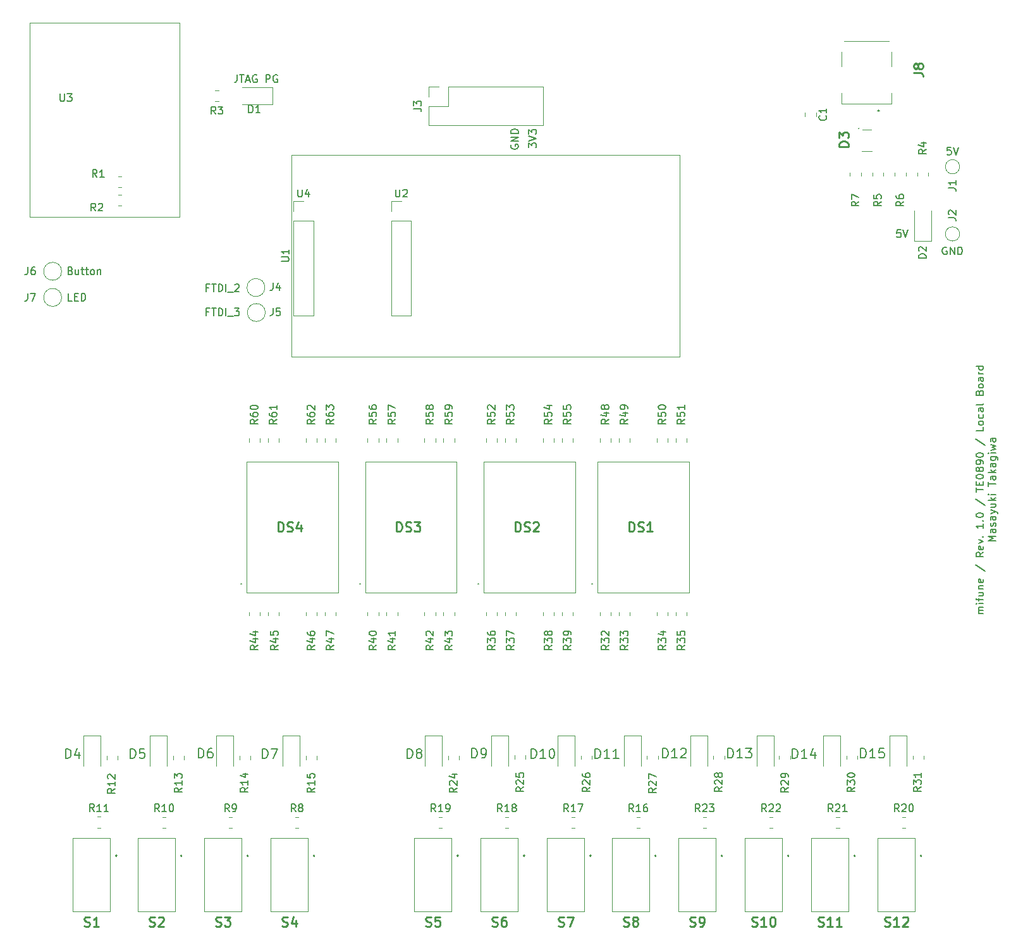
<source format=gto>
G04 #@! TF.GenerationSoftware,KiCad,Pcbnew,(6.0.6)*
G04 #@! TF.CreationDate,2022-07-18T22:41:36+09:00*
G04 #@! TF.ProjectId,mifune_TE0890_local_board,6d696675-6e65-45f5-9445-303839305f6c,0.1*
G04 #@! TF.SameCoordinates,Original*
G04 #@! TF.FileFunction,Legend,Top*
G04 #@! TF.FilePolarity,Positive*
%FSLAX46Y46*%
G04 Gerber Fmt 4.6, Leading zero omitted, Abs format (unit mm)*
G04 Created by KiCad (PCBNEW (6.0.6)) date 2022-07-18 22:41:36*
%MOMM*%
%LPD*%
G01*
G04 APERTURE LIST*
%ADD10C,0.150000*%
%ADD11C,0.254000*%
%ADD12C,0.100000*%
%ADD13C,0.200000*%
%ADD14C,0.120000*%
G04 APERTURE END LIST*
D10*
X67702380Y-37202380D02*
X67702380Y-37916666D01*
X67654761Y-38059523D01*
X67559523Y-38154761D01*
X67416666Y-38202380D01*
X67321428Y-38202380D01*
X68035714Y-37202380D02*
X68607142Y-37202380D01*
X68321428Y-38202380D02*
X68321428Y-37202380D01*
X68892857Y-37916666D02*
X69369047Y-37916666D01*
X68797619Y-38202380D02*
X69130952Y-37202380D01*
X69464285Y-38202380D01*
X70321428Y-37250000D02*
X70226190Y-37202380D01*
X70083333Y-37202380D01*
X69940476Y-37250000D01*
X69845238Y-37345238D01*
X69797619Y-37440476D01*
X69750000Y-37630952D01*
X69750000Y-37773809D01*
X69797619Y-37964285D01*
X69845238Y-38059523D01*
X69940476Y-38154761D01*
X70083333Y-38202380D01*
X70178571Y-38202380D01*
X70321428Y-38154761D01*
X70369047Y-38107142D01*
X70369047Y-37773809D01*
X70178571Y-37773809D01*
X71559523Y-38202380D02*
X71559523Y-37202380D01*
X71940476Y-37202380D01*
X72035714Y-37250000D01*
X72083333Y-37297619D01*
X72130952Y-37392857D01*
X72130952Y-37535714D01*
X72083333Y-37630952D01*
X72035714Y-37678571D01*
X71940476Y-37726190D01*
X71559523Y-37726190D01*
X73083333Y-37250000D02*
X72988095Y-37202380D01*
X72845238Y-37202380D01*
X72702380Y-37250000D01*
X72607142Y-37345238D01*
X72559523Y-37440476D01*
X72511904Y-37630952D01*
X72511904Y-37773809D01*
X72559523Y-37964285D01*
X72607142Y-38059523D01*
X72702380Y-38154761D01*
X72845238Y-38202380D01*
X72940476Y-38202380D01*
X73083333Y-38154761D01*
X73130952Y-38107142D01*
X73130952Y-37773809D01*
X72940476Y-37773809D01*
X45607142Y-67452380D02*
X45130952Y-67452380D01*
X45130952Y-66452380D01*
X45940476Y-66928571D02*
X46273809Y-66928571D01*
X46416666Y-67452380D02*
X45940476Y-67452380D01*
X45940476Y-66452380D01*
X46416666Y-66452380D01*
X46845238Y-67452380D02*
X46845238Y-66452380D01*
X47083333Y-66452380D01*
X47226190Y-66500000D01*
X47321428Y-66595238D01*
X47369047Y-66690476D01*
X47416666Y-66880952D01*
X47416666Y-67023809D01*
X47369047Y-67214285D01*
X47321428Y-67309523D01*
X47226190Y-67404761D01*
X47083333Y-67452380D01*
X46845238Y-67452380D01*
X63916666Y-65678571D02*
X63583333Y-65678571D01*
X63583333Y-66202380D02*
X63583333Y-65202380D01*
X64059523Y-65202380D01*
X64297619Y-65202380D02*
X64869047Y-65202380D01*
X64583333Y-66202380D02*
X64583333Y-65202380D01*
X65202380Y-66202380D02*
X65202380Y-65202380D01*
X65440476Y-65202380D01*
X65583333Y-65250000D01*
X65678571Y-65345238D01*
X65726190Y-65440476D01*
X65773809Y-65630952D01*
X65773809Y-65773809D01*
X65726190Y-65964285D01*
X65678571Y-66059523D01*
X65583333Y-66154761D01*
X65440476Y-66202380D01*
X65202380Y-66202380D01*
X66202380Y-66202380D02*
X66202380Y-65202380D01*
X66440476Y-66297619D02*
X67202380Y-66297619D01*
X67392857Y-65297619D02*
X67440476Y-65250000D01*
X67535714Y-65202380D01*
X67773809Y-65202380D01*
X67869047Y-65250000D01*
X67916666Y-65297619D01*
X67964285Y-65392857D01*
X67964285Y-65488095D01*
X67916666Y-65630952D01*
X67345238Y-66202380D01*
X67964285Y-66202380D01*
X63916666Y-68928571D02*
X63583333Y-68928571D01*
X63583333Y-69452380D02*
X63583333Y-68452380D01*
X64059523Y-68452380D01*
X64297619Y-68452380D02*
X64869047Y-68452380D01*
X64583333Y-69452380D02*
X64583333Y-68452380D01*
X65202380Y-69452380D02*
X65202380Y-68452380D01*
X65440476Y-68452380D01*
X65583333Y-68500000D01*
X65678571Y-68595238D01*
X65726190Y-68690476D01*
X65773809Y-68880952D01*
X65773809Y-69023809D01*
X65726190Y-69214285D01*
X65678571Y-69309523D01*
X65583333Y-69404761D01*
X65440476Y-69452380D01*
X65202380Y-69452380D01*
X66202380Y-69452380D02*
X66202380Y-68452380D01*
X66440476Y-69547619D02*
X67202380Y-69547619D01*
X67345238Y-68452380D02*
X67964285Y-68452380D01*
X67630952Y-68833333D01*
X67773809Y-68833333D01*
X67869047Y-68880952D01*
X67916666Y-68928571D01*
X67964285Y-69023809D01*
X67964285Y-69261904D01*
X67916666Y-69357142D01*
X67869047Y-69404761D01*
X67773809Y-69452380D01*
X67488095Y-69452380D01*
X67392857Y-69404761D01*
X67345238Y-69357142D01*
X45392857Y-63428571D02*
X45535714Y-63476190D01*
X45583333Y-63523809D01*
X45630952Y-63619047D01*
X45630952Y-63761904D01*
X45583333Y-63857142D01*
X45535714Y-63904761D01*
X45440476Y-63952380D01*
X45059523Y-63952380D01*
X45059523Y-62952380D01*
X45392857Y-62952380D01*
X45488095Y-63000000D01*
X45535714Y-63047619D01*
X45583333Y-63142857D01*
X45583333Y-63238095D01*
X45535714Y-63333333D01*
X45488095Y-63380952D01*
X45392857Y-63428571D01*
X45059523Y-63428571D01*
X46488095Y-63285714D02*
X46488095Y-63952380D01*
X46059523Y-63285714D02*
X46059523Y-63809523D01*
X46107142Y-63904761D01*
X46202380Y-63952380D01*
X46345238Y-63952380D01*
X46440476Y-63904761D01*
X46488095Y-63857142D01*
X46821428Y-63285714D02*
X47202380Y-63285714D01*
X46964285Y-62952380D02*
X46964285Y-63809523D01*
X47011904Y-63904761D01*
X47107142Y-63952380D01*
X47202380Y-63952380D01*
X47392857Y-63285714D02*
X47773809Y-63285714D01*
X47535714Y-62952380D02*
X47535714Y-63809523D01*
X47583333Y-63904761D01*
X47678571Y-63952380D01*
X47773809Y-63952380D01*
X48250000Y-63952380D02*
X48154761Y-63904761D01*
X48107142Y-63857142D01*
X48059523Y-63761904D01*
X48059523Y-63476190D01*
X48107142Y-63380952D01*
X48154761Y-63333333D01*
X48250000Y-63285714D01*
X48392857Y-63285714D01*
X48488095Y-63333333D01*
X48535714Y-63380952D01*
X48583333Y-63476190D01*
X48583333Y-63761904D01*
X48535714Y-63857142D01*
X48488095Y-63904761D01*
X48392857Y-63952380D01*
X48250000Y-63952380D01*
X49011904Y-63285714D02*
X49011904Y-63952380D01*
X49011904Y-63380952D02*
X49059523Y-63333333D01*
X49154761Y-63285714D01*
X49297619Y-63285714D01*
X49392857Y-63333333D01*
X49440476Y-63428571D01*
X49440476Y-63952380D01*
X106752380Y-46938095D02*
X106752380Y-46319047D01*
X107133333Y-46652380D01*
X107133333Y-46509523D01*
X107180952Y-46414285D01*
X107228571Y-46366666D01*
X107323809Y-46319047D01*
X107561904Y-46319047D01*
X107657142Y-46366666D01*
X107704761Y-46414285D01*
X107752380Y-46509523D01*
X107752380Y-46795238D01*
X107704761Y-46890476D01*
X107657142Y-46938095D01*
X106752380Y-46033333D02*
X107752380Y-45700000D01*
X106752380Y-45366666D01*
X106752380Y-45128571D02*
X106752380Y-44509523D01*
X107133333Y-44842857D01*
X107133333Y-44700000D01*
X107180952Y-44604761D01*
X107228571Y-44557142D01*
X107323809Y-44509523D01*
X107561904Y-44509523D01*
X107657142Y-44557142D01*
X107704761Y-44604761D01*
X107752380Y-44700000D01*
X107752380Y-44985714D01*
X107704761Y-45080952D01*
X107657142Y-45128571D01*
X163283923Y-46899580D02*
X162807733Y-46899580D01*
X162760114Y-47375771D01*
X162807733Y-47328152D01*
X162902971Y-47280533D01*
X163141066Y-47280533D01*
X163236304Y-47328152D01*
X163283923Y-47375771D01*
X163331542Y-47471009D01*
X163331542Y-47709104D01*
X163283923Y-47804342D01*
X163236304Y-47851961D01*
X163141066Y-47899580D01*
X162902971Y-47899580D01*
X162807733Y-47851961D01*
X162760114Y-47804342D01*
X163617257Y-46899580D02*
X163950590Y-47899580D01*
X164283923Y-46899580D01*
X156559523Y-57952380D02*
X156083333Y-57952380D01*
X156035714Y-58428571D01*
X156083333Y-58380952D01*
X156178571Y-58333333D01*
X156416666Y-58333333D01*
X156511904Y-58380952D01*
X156559523Y-58428571D01*
X156607142Y-58523809D01*
X156607142Y-58761904D01*
X156559523Y-58857142D01*
X156511904Y-58904761D01*
X156416666Y-58952380D01*
X156178571Y-58952380D01*
X156083333Y-58904761D01*
X156035714Y-58857142D01*
X156892857Y-57952380D02*
X157226190Y-58952380D01*
X157559523Y-57952380D01*
X162712495Y-60307600D02*
X162617257Y-60259980D01*
X162474400Y-60259980D01*
X162331542Y-60307600D01*
X162236304Y-60402838D01*
X162188685Y-60498076D01*
X162141066Y-60688552D01*
X162141066Y-60831409D01*
X162188685Y-61021885D01*
X162236304Y-61117123D01*
X162331542Y-61212361D01*
X162474400Y-61259980D01*
X162569638Y-61259980D01*
X162712495Y-61212361D01*
X162760114Y-61164742D01*
X162760114Y-60831409D01*
X162569638Y-60831409D01*
X163188685Y-61259980D02*
X163188685Y-60259980D01*
X163760114Y-61259980D01*
X163760114Y-60259980D01*
X164236304Y-61259980D02*
X164236304Y-60259980D01*
X164474400Y-60259980D01*
X164617257Y-60307600D01*
X164712495Y-60402838D01*
X164760114Y-60498076D01*
X164807733Y-60688552D01*
X164807733Y-60831409D01*
X164760114Y-61021885D01*
X164712495Y-61117123D01*
X164617257Y-61212361D01*
X164474400Y-61259980D01*
X164236304Y-61259980D01*
X104400000Y-46561904D02*
X104352380Y-46657142D01*
X104352380Y-46800000D01*
X104400000Y-46942857D01*
X104495238Y-47038095D01*
X104590476Y-47085714D01*
X104780952Y-47133333D01*
X104923809Y-47133333D01*
X105114285Y-47085714D01*
X105209523Y-47038095D01*
X105304761Y-46942857D01*
X105352380Y-46800000D01*
X105352380Y-46704761D01*
X105304761Y-46561904D01*
X105257142Y-46514285D01*
X104923809Y-46514285D01*
X104923809Y-46704761D01*
X105352380Y-46085714D02*
X104352380Y-46085714D01*
X105352380Y-45514285D01*
X104352380Y-45514285D01*
X105352380Y-45038095D02*
X104352380Y-45038095D01*
X104352380Y-44800000D01*
X104400000Y-44657142D01*
X104495238Y-44561904D01*
X104590476Y-44514285D01*
X104780952Y-44466666D01*
X104923809Y-44466666D01*
X105114285Y-44514285D01*
X105209523Y-44561904D01*
X105304761Y-44657142D01*
X105352380Y-44800000D01*
X105352380Y-45038095D01*
X167647380Y-109297619D02*
X166980714Y-109297619D01*
X167075952Y-109297619D02*
X167028333Y-109250000D01*
X166980714Y-109154761D01*
X166980714Y-109011904D01*
X167028333Y-108916666D01*
X167123571Y-108869047D01*
X167647380Y-108869047D01*
X167123571Y-108869047D02*
X167028333Y-108821428D01*
X166980714Y-108726190D01*
X166980714Y-108583333D01*
X167028333Y-108488095D01*
X167123571Y-108440476D01*
X167647380Y-108440476D01*
X167647380Y-107964285D02*
X166980714Y-107964285D01*
X166647380Y-107964285D02*
X166695000Y-108011904D01*
X166742619Y-107964285D01*
X166695000Y-107916666D01*
X166647380Y-107964285D01*
X166742619Y-107964285D01*
X166980714Y-107630952D02*
X166980714Y-107250000D01*
X167647380Y-107488095D02*
X166790238Y-107488095D01*
X166695000Y-107440476D01*
X166647380Y-107345238D01*
X166647380Y-107250000D01*
X166980714Y-106488095D02*
X167647380Y-106488095D01*
X166980714Y-106916666D02*
X167504523Y-106916666D01*
X167599761Y-106869047D01*
X167647380Y-106773809D01*
X167647380Y-106630952D01*
X167599761Y-106535714D01*
X167552142Y-106488095D01*
X166980714Y-106011904D02*
X167647380Y-106011904D01*
X167075952Y-106011904D02*
X167028333Y-105964285D01*
X166980714Y-105869047D01*
X166980714Y-105726190D01*
X167028333Y-105630952D01*
X167123571Y-105583333D01*
X167647380Y-105583333D01*
X167599761Y-104726190D02*
X167647380Y-104821428D01*
X167647380Y-105011904D01*
X167599761Y-105107142D01*
X167504523Y-105154761D01*
X167123571Y-105154761D01*
X167028333Y-105107142D01*
X166980714Y-105011904D01*
X166980714Y-104821428D01*
X167028333Y-104726190D01*
X167123571Y-104678571D01*
X167218809Y-104678571D01*
X167314047Y-105154761D01*
X166599761Y-102773809D02*
X167885476Y-103630952D01*
X167647380Y-101107142D02*
X167171190Y-101440476D01*
X167647380Y-101678571D02*
X166647380Y-101678571D01*
X166647380Y-101297619D01*
X166695000Y-101202380D01*
X166742619Y-101154761D01*
X166837857Y-101107142D01*
X166980714Y-101107142D01*
X167075952Y-101154761D01*
X167123571Y-101202380D01*
X167171190Y-101297619D01*
X167171190Y-101678571D01*
X167599761Y-100297619D02*
X167647380Y-100392857D01*
X167647380Y-100583333D01*
X167599761Y-100678571D01*
X167504523Y-100726190D01*
X167123571Y-100726190D01*
X167028333Y-100678571D01*
X166980714Y-100583333D01*
X166980714Y-100392857D01*
X167028333Y-100297619D01*
X167123571Y-100250000D01*
X167218809Y-100250000D01*
X167314047Y-100726190D01*
X166980714Y-99916666D02*
X167647380Y-99678571D01*
X166980714Y-99440476D01*
X167552142Y-99059523D02*
X167599761Y-99011904D01*
X167647380Y-99059523D01*
X167599761Y-99107142D01*
X167552142Y-99059523D01*
X167647380Y-99059523D01*
X167647380Y-97297619D02*
X167647380Y-97869047D01*
X167647380Y-97583333D02*
X166647380Y-97583333D01*
X166790238Y-97678571D01*
X166885476Y-97773809D01*
X166933095Y-97869047D01*
X167552142Y-96869047D02*
X167599761Y-96821428D01*
X167647380Y-96869047D01*
X167599761Y-96916666D01*
X167552142Y-96869047D01*
X167647380Y-96869047D01*
X166647380Y-96202380D02*
X166647380Y-96107142D01*
X166695000Y-96011904D01*
X166742619Y-95964285D01*
X166837857Y-95916666D01*
X167028333Y-95869047D01*
X167266428Y-95869047D01*
X167456904Y-95916666D01*
X167552142Y-95964285D01*
X167599761Y-96011904D01*
X167647380Y-96107142D01*
X167647380Y-96202380D01*
X167599761Y-96297619D01*
X167552142Y-96345238D01*
X167456904Y-96392857D01*
X167266428Y-96440476D01*
X167028333Y-96440476D01*
X166837857Y-96392857D01*
X166742619Y-96345238D01*
X166695000Y-96297619D01*
X166647380Y-96202380D01*
X166599761Y-93964285D02*
X167885476Y-94821428D01*
X166647380Y-93011904D02*
X166647380Y-92440476D01*
X167647380Y-92726190D02*
X166647380Y-92726190D01*
X167123571Y-92107142D02*
X167123571Y-91773809D01*
X167647380Y-91630952D02*
X167647380Y-92107142D01*
X166647380Y-92107142D01*
X166647380Y-91630952D01*
X166647380Y-91011904D02*
X166647380Y-90916666D01*
X166695000Y-90821428D01*
X166742619Y-90773809D01*
X166837857Y-90726190D01*
X167028333Y-90678571D01*
X167266428Y-90678571D01*
X167456904Y-90726190D01*
X167552142Y-90773809D01*
X167599761Y-90821428D01*
X167647380Y-90916666D01*
X167647380Y-91011904D01*
X167599761Y-91107142D01*
X167552142Y-91154761D01*
X167456904Y-91202380D01*
X167266428Y-91250000D01*
X167028333Y-91250000D01*
X166837857Y-91202380D01*
X166742619Y-91154761D01*
X166695000Y-91107142D01*
X166647380Y-91011904D01*
X167075952Y-90107142D02*
X167028333Y-90202380D01*
X166980714Y-90250000D01*
X166885476Y-90297619D01*
X166837857Y-90297619D01*
X166742619Y-90250000D01*
X166695000Y-90202380D01*
X166647380Y-90107142D01*
X166647380Y-89916666D01*
X166695000Y-89821428D01*
X166742619Y-89773809D01*
X166837857Y-89726190D01*
X166885476Y-89726190D01*
X166980714Y-89773809D01*
X167028333Y-89821428D01*
X167075952Y-89916666D01*
X167075952Y-90107142D01*
X167123571Y-90202380D01*
X167171190Y-90250000D01*
X167266428Y-90297619D01*
X167456904Y-90297619D01*
X167552142Y-90250000D01*
X167599761Y-90202380D01*
X167647380Y-90107142D01*
X167647380Y-89916666D01*
X167599761Y-89821428D01*
X167552142Y-89773809D01*
X167456904Y-89726190D01*
X167266428Y-89726190D01*
X167171190Y-89773809D01*
X167123571Y-89821428D01*
X167075952Y-89916666D01*
X167647380Y-89250000D02*
X167647380Y-89059523D01*
X167599761Y-88964285D01*
X167552142Y-88916666D01*
X167409285Y-88821428D01*
X167218809Y-88773809D01*
X166837857Y-88773809D01*
X166742619Y-88821428D01*
X166695000Y-88869047D01*
X166647380Y-88964285D01*
X166647380Y-89154761D01*
X166695000Y-89250000D01*
X166742619Y-89297619D01*
X166837857Y-89345238D01*
X167075952Y-89345238D01*
X167171190Y-89297619D01*
X167218809Y-89250000D01*
X167266428Y-89154761D01*
X167266428Y-88964285D01*
X167218809Y-88869047D01*
X167171190Y-88821428D01*
X167075952Y-88773809D01*
X166647380Y-88154761D02*
X166647380Y-88059523D01*
X166695000Y-87964285D01*
X166742619Y-87916666D01*
X166837857Y-87869047D01*
X167028333Y-87821428D01*
X167266428Y-87821428D01*
X167456904Y-87869047D01*
X167552142Y-87916666D01*
X167599761Y-87964285D01*
X167647380Y-88059523D01*
X167647380Y-88154761D01*
X167599761Y-88250000D01*
X167552142Y-88297619D01*
X167456904Y-88345238D01*
X167266428Y-88392857D01*
X167028333Y-88392857D01*
X166837857Y-88345238D01*
X166742619Y-88297619D01*
X166695000Y-88250000D01*
X166647380Y-88154761D01*
X166599761Y-85916666D02*
X167885476Y-86773809D01*
X167647380Y-84345238D02*
X167647380Y-84821428D01*
X166647380Y-84821428D01*
X167647380Y-83869047D02*
X167599761Y-83964285D01*
X167552142Y-84011904D01*
X167456904Y-84059523D01*
X167171190Y-84059523D01*
X167075952Y-84011904D01*
X167028333Y-83964285D01*
X166980714Y-83869047D01*
X166980714Y-83726190D01*
X167028333Y-83630952D01*
X167075952Y-83583333D01*
X167171190Y-83535714D01*
X167456904Y-83535714D01*
X167552142Y-83583333D01*
X167599761Y-83630952D01*
X167647380Y-83726190D01*
X167647380Y-83869047D01*
X167599761Y-82678571D02*
X167647380Y-82773809D01*
X167647380Y-82964285D01*
X167599761Y-83059523D01*
X167552142Y-83107142D01*
X167456904Y-83154761D01*
X167171190Y-83154761D01*
X167075952Y-83107142D01*
X167028333Y-83059523D01*
X166980714Y-82964285D01*
X166980714Y-82773809D01*
X167028333Y-82678571D01*
X167647380Y-81821428D02*
X167123571Y-81821428D01*
X167028333Y-81869047D01*
X166980714Y-81964285D01*
X166980714Y-82154761D01*
X167028333Y-82250000D01*
X167599761Y-81821428D02*
X167647380Y-81916666D01*
X167647380Y-82154761D01*
X167599761Y-82250000D01*
X167504523Y-82297619D01*
X167409285Y-82297619D01*
X167314047Y-82250000D01*
X167266428Y-82154761D01*
X167266428Y-81916666D01*
X167218809Y-81821428D01*
X167647380Y-81202380D02*
X167599761Y-81297619D01*
X167504523Y-81345238D01*
X166647380Y-81345238D01*
X167123571Y-79726190D02*
X167171190Y-79583333D01*
X167218809Y-79535714D01*
X167314047Y-79488095D01*
X167456904Y-79488095D01*
X167552142Y-79535714D01*
X167599761Y-79583333D01*
X167647380Y-79678571D01*
X167647380Y-80059523D01*
X166647380Y-80059523D01*
X166647380Y-79726190D01*
X166695000Y-79630952D01*
X166742619Y-79583333D01*
X166837857Y-79535714D01*
X166933095Y-79535714D01*
X167028333Y-79583333D01*
X167075952Y-79630952D01*
X167123571Y-79726190D01*
X167123571Y-80059523D01*
X167647380Y-78916666D02*
X167599761Y-79011904D01*
X167552142Y-79059523D01*
X167456904Y-79107142D01*
X167171190Y-79107142D01*
X167075952Y-79059523D01*
X167028333Y-79011904D01*
X166980714Y-78916666D01*
X166980714Y-78773809D01*
X167028333Y-78678571D01*
X167075952Y-78630952D01*
X167171190Y-78583333D01*
X167456904Y-78583333D01*
X167552142Y-78630952D01*
X167599761Y-78678571D01*
X167647380Y-78773809D01*
X167647380Y-78916666D01*
X167647380Y-77726190D02*
X167123571Y-77726190D01*
X167028333Y-77773809D01*
X166980714Y-77869047D01*
X166980714Y-78059523D01*
X167028333Y-78154761D01*
X167599761Y-77726190D02*
X167647380Y-77821428D01*
X167647380Y-78059523D01*
X167599761Y-78154761D01*
X167504523Y-78202380D01*
X167409285Y-78202380D01*
X167314047Y-78154761D01*
X167266428Y-78059523D01*
X167266428Y-77821428D01*
X167218809Y-77726190D01*
X167647380Y-77250000D02*
X166980714Y-77250000D01*
X167171190Y-77250000D02*
X167075952Y-77202380D01*
X167028333Y-77154761D01*
X166980714Y-77059523D01*
X166980714Y-76964285D01*
X167647380Y-76202380D02*
X166647380Y-76202380D01*
X167599761Y-76202380D02*
X167647380Y-76297619D01*
X167647380Y-76488095D01*
X167599761Y-76583333D01*
X167552142Y-76630952D01*
X167456904Y-76678571D01*
X167171190Y-76678571D01*
X167075952Y-76630952D01*
X167028333Y-76583333D01*
X166980714Y-76488095D01*
X166980714Y-76297619D01*
X167028333Y-76202380D01*
X169257380Y-99607142D02*
X168257380Y-99607142D01*
X168971666Y-99273809D01*
X168257380Y-98940476D01*
X169257380Y-98940476D01*
X169257380Y-98035714D02*
X168733571Y-98035714D01*
X168638333Y-98083333D01*
X168590714Y-98178571D01*
X168590714Y-98369047D01*
X168638333Y-98464285D01*
X169209761Y-98035714D02*
X169257380Y-98130952D01*
X169257380Y-98369047D01*
X169209761Y-98464285D01*
X169114523Y-98511904D01*
X169019285Y-98511904D01*
X168924047Y-98464285D01*
X168876428Y-98369047D01*
X168876428Y-98130952D01*
X168828809Y-98035714D01*
X169209761Y-97607142D02*
X169257380Y-97511904D01*
X169257380Y-97321428D01*
X169209761Y-97226190D01*
X169114523Y-97178571D01*
X169066904Y-97178571D01*
X168971666Y-97226190D01*
X168924047Y-97321428D01*
X168924047Y-97464285D01*
X168876428Y-97559523D01*
X168781190Y-97607142D01*
X168733571Y-97607142D01*
X168638333Y-97559523D01*
X168590714Y-97464285D01*
X168590714Y-97321428D01*
X168638333Y-97226190D01*
X169257380Y-96321428D02*
X168733571Y-96321428D01*
X168638333Y-96369047D01*
X168590714Y-96464285D01*
X168590714Y-96654761D01*
X168638333Y-96750000D01*
X169209761Y-96321428D02*
X169257380Y-96416666D01*
X169257380Y-96654761D01*
X169209761Y-96750000D01*
X169114523Y-96797619D01*
X169019285Y-96797619D01*
X168924047Y-96750000D01*
X168876428Y-96654761D01*
X168876428Y-96416666D01*
X168828809Y-96321428D01*
X168590714Y-95940476D02*
X169257380Y-95702380D01*
X168590714Y-95464285D02*
X169257380Y-95702380D01*
X169495476Y-95797619D01*
X169543095Y-95845238D01*
X169590714Y-95940476D01*
X168590714Y-94654761D02*
X169257380Y-94654761D01*
X168590714Y-95083333D02*
X169114523Y-95083333D01*
X169209761Y-95035714D01*
X169257380Y-94940476D01*
X169257380Y-94797619D01*
X169209761Y-94702380D01*
X169162142Y-94654761D01*
X169257380Y-94178571D02*
X168257380Y-94178571D01*
X168876428Y-94083333D02*
X169257380Y-93797619D01*
X168590714Y-93797619D02*
X168971666Y-94178571D01*
X169257380Y-93369047D02*
X168590714Y-93369047D01*
X168257380Y-93369047D02*
X168305000Y-93416666D01*
X168352619Y-93369047D01*
X168305000Y-93321428D01*
X168257380Y-93369047D01*
X168352619Y-93369047D01*
X168257380Y-92273809D02*
X168257380Y-91702380D01*
X169257380Y-91988095D02*
X168257380Y-91988095D01*
X169257380Y-90940476D02*
X168733571Y-90940476D01*
X168638333Y-90988095D01*
X168590714Y-91083333D01*
X168590714Y-91273809D01*
X168638333Y-91369047D01*
X169209761Y-90940476D02*
X169257380Y-91035714D01*
X169257380Y-91273809D01*
X169209761Y-91369047D01*
X169114523Y-91416666D01*
X169019285Y-91416666D01*
X168924047Y-91369047D01*
X168876428Y-91273809D01*
X168876428Y-91035714D01*
X168828809Y-90940476D01*
X169257380Y-90464285D02*
X168257380Y-90464285D01*
X168876428Y-90369047D02*
X169257380Y-90083333D01*
X168590714Y-90083333D02*
X168971666Y-90464285D01*
X169257380Y-89226190D02*
X168733571Y-89226190D01*
X168638333Y-89273809D01*
X168590714Y-89369047D01*
X168590714Y-89559523D01*
X168638333Y-89654761D01*
X169209761Y-89226190D02*
X169257380Y-89321428D01*
X169257380Y-89559523D01*
X169209761Y-89654761D01*
X169114523Y-89702380D01*
X169019285Y-89702380D01*
X168924047Y-89654761D01*
X168876428Y-89559523D01*
X168876428Y-89321428D01*
X168828809Y-89226190D01*
X168590714Y-88321428D02*
X169400238Y-88321428D01*
X169495476Y-88369047D01*
X169543095Y-88416666D01*
X169590714Y-88511904D01*
X169590714Y-88654761D01*
X169543095Y-88750000D01*
X169209761Y-88321428D02*
X169257380Y-88416666D01*
X169257380Y-88607142D01*
X169209761Y-88702380D01*
X169162142Y-88750000D01*
X169066904Y-88797619D01*
X168781190Y-88797619D01*
X168685952Y-88750000D01*
X168638333Y-88702380D01*
X168590714Y-88607142D01*
X168590714Y-88416666D01*
X168638333Y-88321428D01*
X169257380Y-87845238D02*
X168590714Y-87845238D01*
X168257380Y-87845238D02*
X168305000Y-87892857D01*
X168352619Y-87845238D01*
X168305000Y-87797619D01*
X168257380Y-87845238D01*
X168352619Y-87845238D01*
X168590714Y-87464285D02*
X169257380Y-87273809D01*
X168781190Y-87083333D01*
X169257380Y-86892857D01*
X168590714Y-86702380D01*
X169257380Y-85892857D02*
X168733571Y-85892857D01*
X168638333Y-85940476D01*
X168590714Y-86035714D01*
X168590714Y-86226190D01*
X168638333Y-86321428D01*
X169209761Y-85892857D02*
X169257380Y-85988095D01*
X169257380Y-86226190D01*
X169209761Y-86321428D01*
X169114523Y-86369047D01*
X169019285Y-86369047D01*
X168924047Y-86321428D01*
X168876428Y-86226190D01*
X168876428Y-85988095D01*
X168828809Y-85892857D01*
D11*
X119451580Y-151136047D02*
X119633009Y-151196523D01*
X119935390Y-151196523D01*
X120056342Y-151136047D01*
X120116819Y-151075571D01*
X120177295Y-150954619D01*
X120177295Y-150833666D01*
X120116819Y-150712714D01*
X120056342Y-150652238D01*
X119935390Y-150591761D01*
X119693485Y-150531285D01*
X119572533Y-150470809D01*
X119512057Y-150410333D01*
X119451580Y-150289380D01*
X119451580Y-150168428D01*
X119512057Y-150047476D01*
X119572533Y-149987000D01*
X119693485Y-149926523D01*
X119995866Y-149926523D01*
X120177295Y-149987000D01*
X120903009Y-150470809D02*
X120782057Y-150410333D01*
X120721580Y-150349857D01*
X120661104Y-150228904D01*
X120661104Y-150168428D01*
X120721580Y-150047476D01*
X120782057Y-149987000D01*
X120903009Y-149926523D01*
X121144914Y-149926523D01*
X121265866Y-149987000D01*
X121326342Y-150047476D01*
X121386819Y-150168428D01*
X121386819Y-150228904D01*
X121326342Y-150349857D01*
X121265866Y-150410333D01*
X121144914Y-150470809D01*
X120903009Y-150470809D01*
X120782057Y-150531285D01*
X120721580Y-150591761D01*
X120661104Y-150712714D01*
X120661104Y-150954619D01*
X120721580Y-151075571D01*
X120782057Y-151136047D01*
X120903009Y-151196523D01*
X121144914Y-151196523D01*
X121265866Y-151136047D01*
X121326342Y-151075571D01*
X121386819Y-150954619D01*
X121386819Y-150712714D01*
X121326342Y-150591761D01*
X121265866Y-150531285D01*
X121144914Y-150470809D01*
X149574522Y-46812380D02*
X148304522Y-46812380D01*
X148304522Y-46510000D01*
X148364999Y-46328571D01*
X148485951Y-46207619D01*
X148606903Y-46147142D01*
X148848808Y-46086666D01*
X149030237Y-46086666D01*
X149272141Y-46147142D01*
X149393094Y-46207619D01*
X149514046Y-46328571D01*
X149574522Y-46510000D01*
X149574522Y-46812380D01*
X148304522Y-45663333D02*
X148304522Y-44877142D01*
X148788332Y-45300476D01*
X148788332Y-45119047D01*
X148848808Y-44998095D01*
X148909284Y-44937619D01*
X149030237Y-44877142D01*
X149332618Y-44877142D01*
X149453570Y-44937619D01*
X149514046Y-44998095D01*
X149574522Y-45119047D01*
X149574522Y-45481904D01*
X149514046Y-45602857D01*
X149453570Y-45663333D01*
D10*
X107068257Y-128692123D02*
X107068257Y-127422123D01*
X107370638Y-127422123D01*
X107552066Y-127482600D01*
X107673019Y-127603552D01*
X107733495Y-127724504D01*
X107793971Y-127966409D01*
X107793971Y-128147838D01*
X107733495Y-128389742D01*
X107673019Y-128510695D01*
X107552066Y-128631647D01*
X107370638Y-128692123D01*
X107068257Y-128692123D01*
X109003495Y-128692123D02*
X108277780Y-128692123D01*
X108640638Y-128692123D02*
X108640638Y-127422123D01*
X108519685Y-127603552D01*
X108398733Y-127724504D01*
X108277780Y-127784980D01*
X109789685Y-127422123D02*
X109910638Y-127422123D01*
X110031590Y-127482600D01*
X110092066Y-127543076D01*
X110152542Y-127664028D01*
X110213019Y-127905933D01*
X110213019Y-128208314D01*
X110152542Y-128450219D01*
X110092066Y-128571171D01*
X110031590Y-128631647D01*
X109910638Y-128692123D01*
X109789685Y-128692123D01*
X109668733Y-128631647D01*
X109608257Y-128571171D01*
X109547780Y-128450219D01*
X109487304Y-128208314D01*
X109487304Y-127905933D01*
X109547780Y-127664028D01*
X109608257Y-127543076D01*
X109668733Y-127482600D01*
X109789685Y-127422123D01*
X112066342Y-135834380D02*
X111733009Y-135358190D01*
X111494914Y-135834380D02*
X111494914Y-134834380D01*
X111875866Y-134834380D01*
X111971104Y-134882000D01*
X112018723Y-134929619D01*
X112066342Y-135024857D01*
X112066342Y-135167714D01*
X112018723Y-135262952D01*
X111971104Y-135310571D01*
X111875866Y-135358190D01*
X111494914Y-135358190D01*
X113018723Y-135834380D02*
X112447295Y-135834380D01*
X112733009Y-135834380D02*
X112733009Y-134834380D01*
X112637771Y-134977238D01*
X112542533Y-135072476D01*
X112447295Y-135120095D01*
X113352057Y-134834380D02*
X114018723Y-134834380D01*
X113590152Y-135834380D01*
X94286342Y-135834380D02*
X93953009Y-135358190D01*
X93714914Y-135834380D02*
X93714914Y-134834380D01*
X94095866Y-134834380D01*
X94191104Y-134882000D01*
X94238723Y-134929619D01*
X94286342Y-135024857D01*
X94286342Y-135167714D01*
X94238723Y-135262952D01*
X94191104Y-135310571D01*
X94095866Y-135358190D01*
X93714914Y-135358190D01*
X95238723Y-135834380D02*
X94667295Y-135834380D01*
X94953009Y-135834380D02*
X94953009Y-134834380D01*
X94857771Y-134977238D01*
X94762533Y-135072476D01*
X94667295Y-135120095D01*
X95714914Y-135834380D02*
X95905390Y-135834380D01*
X96000628Y-135786761D01*
X96048247Y-135739142D01*
X96143485Y-135596285D01*
X96191104Y-135405809D01*
X96191104Y-135024857D01*
X96143485Y-134929619D01*
X96095866Y-134882000D01*
X96000628Y-134834380D01*
X95810152Y-134834380D01*
X95714914Y-134882000D01*
X95667295Y-134929619D01*
X95619676Y-135024857D01*
X95619676Y-135262952D01*
X95667295Y-135358190D01*
X95714914Y-135405809D01*
X95810152Y-135453428D01*
X96000628Y-135453428D01*
X96095866Y-135405809D01*
X96143485Y-135358190D01*
X96191104Y-135262952D01*
X93975180Y-83303857D02*
X93498990Y-83637190D01*
X93975180Y-83875285D02*
X92975180Y-83875285D01*
X92975180Y-83494333D01*
X93022800Y-83399095D01*
X93070419Y-83351476D01*
X93165657Y-83303857D01*
X93308514Y-83303857D01*
X93403752Y-83351476D01*
X93451371Y-83399095D01*
X93498990Y-83494333D01*
X93498990Y-83875285D01*
X92975180Y-82399095D02*
X92975180Y-82875285D01*
X93451371Y-82922904D01*
X93403752Y-82875285D01*
X93356133Y-82780047D01*
X93356133Y-82541952D01*
X93403752Y-82446714D01*
X93451371Y-82399095D01*
X93546609Y-82351476D01*
X93784704Y-82351476D01*
X93879942Y-82399095D01*
X93927561Y-82446714D01*
X93975180Y-82541952D01*
X93975180Y-82780047D01*
X93927561Y-82875285D01*
X93879942Y-82922904D01*
X93403752Y-81780047D02*
X93356133Y-81875285D01*
X93308514Y-81922904D01*
X93213276Y-81970523D01*
X93165657Y-81970523D01*
X93070419Y-81922904D01*
X93022800Y-81875285D01*
X92975180Y-81780047D01*
X92975180Y-81589571D01*
X93022800Y-81494333D01*
X93070419Y-81446714D01*
X93165657Y-81399095D01*
X93213276Y-81399095D01*
X93308514Y-81446714D01*
X93356133Y-81494333D01*
X93403752Y-81589571D01*
X93403752Y-81780047D01*
X93451371Y-81875285D01*
X93498990Y-81922904D01*
X93594228Y-81970523D01*
X93784704Y-81970523D01*
X93879942Y-81922904D01*
X93927561Y-81875285D01*
X93975180Y-81780047D01*
X93975180Y-81589571D01*
X93927561Y-81494333D01*
X93879942Y-81446714D01*
X93784704Y-81399095D01*
X93594228Y-81399095D01*
X93498990Y-81446714D01*
X93451371Y-81494333D01*
X93403752Y-81589571D01*
X109875580Y-113555257D02*
X109399390Y-113888590D01*
X109875580Y-114126685D02*
X108875580Y-114126685D01*
X108875580Y-113745733D01*
X108923200Y-113650495D01*
X108970819Y-113602876D01*
X109066057Y-113555257D01*
X109208914Y-113555257D01*
X109304152Y-113602876D01*
X109351771Y-113650495D01*
X109399390Y-113745733D01*
X109399390Y-114126685D01*
X108875580Y-113221923D02*
X108875580Y-112602876D01*
X109256533Y-112936209D01*
X109256533Y-112793352D01*
X109304152Y-112698114D01*
X109351771Y-112650495D01*
X109447009Y-112602876D01*
X109685104Y-112602876D01*
X109780342Y-112650495D01*
X109827961Y-112698114D01*
X109875580Y-112793352D01*
X109875580Y-113079066D01*
X109827961Y-113174304D01*
X109780342Y-113221923D01*
X109304152Y-112031447D02*
X109256533Y-112126685D01*
X109208914Y-112174304D01*
X109113676Y-112221923D01*
X109066057Y-112221923D01*
X108970819Y-112174304D01*
X108923200Y-112126685D01*
X108875580Y-112031447D01*
X108875580Y-111840971D01*
X108923200Y-111745733D01*
X108970819Y-111698114D01*
X109066057Y-111650495D01*
X109113676Y-111650495D01*
X109208914Y-111698114D01*
X109256533Y-111745733D01*
X109304152Y-111840971D01*
X109304152Y-112031447D01*
X109351771Y-112126685D01*
X109399390Y-112174304D01*
X109494628Y-112221923D01*
X109685104Y-112221923D01*
X109780342Y-112174304D01*
X109827961Y-112126685D01*
X109875580Y-112031447D01*
X109875580Y-111840971D01*
X109827961Y-111745733D01*
X109780342Y-111698114D01*
X109685104Y-111650495D01*
X109494628Y-111650495D01*
X109399390Y-111698114D01*
X109351771Y-111745733D01*
X109304152Y-111840971D01*
X88895180Y-83303857D02*
X88418990Y-83637190D01*
X88895180Y-83875285D02*
X87895180Y-83875285D01*
X87895180Y-83494333D01*
X87942800Y-83399095D01*
X87990419Y-83351476D01*
X88085657Y-83303857D01*
X88228514Y-83303857D01*
X88323752Y-83351476D01*
X88371371Y-83399095D01*
X88418990Y-83494333D01*
X88418990Y-83875285D01*
X87895180Y-82399095D02*
X87895180Y-82875285D01*
X88371371Y-82922904D01*
X88323752Y-82875285D01*
X88276133Y-82780047D01*
X88276133Y-82541952D01*
X88323752Y-82446714D01*
X88371371Y-82399095D01*
X88466609Y-82351476D01*
X88704704Y-82351476D01*
X88799942Y-82399095D01*
X88847561Y-82446714D01*
X88895180Y-82541952D01*
X88895180Y-82780047D01*
X88847561Y-82875285D01*
X88799942Y-82922904D01*
X87895180Y-82018142D02*
X87895180Y-81351476D01*
X88895180Y-81780047D01*
X156338542Y-135834380D02*
X156005209Y-135358190D01*
X155767114Y-135834380D02*
X155767114Y-134834380D01*
X156148066Y-134834380D01*
X156243304Y-134882000D01*
X156290923Y-134929619D01*
X156338542Y-135024857D01*
X156338542Y-135167714D01*
X156290923Y-135262952D01*
X156243304Y-135310571D01*
X156148066Y-135358190D01*
X155767114Y-135358190D01*
X156719495Y-134929619D02*
X156767114Y-134882000D01*
X156862352Y-134834380D01*
X157100447Y-134834380D01*
X157195685Y-134882000D01*
X157243304Y-134929619D01*
X157290923Y-135024857D01*
X157290923Y-135120095D01*
X157243304Y-135262952D01*
X156671876Y-135834380D01*
X157290923Y-135834380D01*
X157909971Y-134834380D02*
X158005209Y-134834380D01*
X158100447Y-134882000D01*
X158148066Y-134929619D01*
X158195685Y-135024857D01*
X158243304Y-135215333D01*
X158243304Y-135453428D01*
X158195685Y-135643904D01*
X158148066Y-135739142D01*
X158100447Y-135786761D01*
X158005209Y-135834380D01*
X157909971Y-135834380D01*
X157814733Y-135786761D01*
X157767114Y-135739142D01*
X157719495Y-135643904D01*
X157671876Y-135453428D01*
X157671876Y-135215333D01*
X157719495Y-135024857D01*
X157767114Y-134929619D01*
X157814733Y-134882000D01*
X157909971Y-134834380D01*
X96515180Y-113565257D02*
X96038990Y-113898590D01*
X96515180Y-114136685D02*
X95515180Y-114136685D01*
X95515180Y-113755733D01*
X95562800Y-113660495D01*
X95610419Y-113612876D01*
X95705657Y-113565257D01*
X95848514Y-113565257D01*
X95943752Y-113612876D01*
X95991371Y-113660495D01*
X96038990Y-113755733D01*
X96038990Y-114136685D01*
X95848514Y-112708114D02*
X96515180Y-112708114D01*
X95467561Y-112946209D02*
X96181847Y-113184304D01*
X96181847Y-112565257D01*
X95515180Y-112279542D02*
X95515180Y-111660495D01*
X95896133Y-111993828D01*
X95896133Y-111850971D01*
X95943752Y-111755733D01*
X95991371Y-111708114D01*
X96086609Y-111660495D01*
X96324704Y-111660495D01*
X96419942Y-111708114D01*
X96467561Y-111755733D01*
X96515180Y-111850971D01*
X96515180Y-112136685D01*
X96467561Y-112231923D01*
X96419942Y-112279542D01*
X104795580Y-113555257D02*
X104319390Y-113888590D01*
X104795580Y-114126685D02*
X103795580Y-114126685D01*
X103795580Y-113745733D01*
X103843200Y-113650495D01*
X103890819Y-113602876D01*
X103986057Y-113555257D01*
X104128914Y-113555257D01*
X104224152Y-113602876D01*
X104271771Y-113650495D01*
X104319390Y-113745733D01*
X104319390Y-114126685D01*
X103795580Y-113221923D02*
X103795580Y-112602876D01*
X104176533Y-112936209D01*
X104176533Y-112793352D01*
X104224152Y-112698114D01*
X104271771Y-112650495D01*
X104367009Y-112602876D01*
X104605104Y-112602876D01*
X104700342Y-112650495D01*
X104747961Y-112698114D01*
X104795580Y-112793352D01*
X104795580Y-113079066D01*
X104747961Y-113174304D01*
X104700342Y-113221923D01*
X103795580Y-112269542D02*
X103795580Y-111602876D01*
X104795580Y-112031447D01*
X71097019Y-128692123D02*
X71097019Y-127422123D01*
X71399400Y-127422123D01*
X71580828Y-127482600D01*
X71701780Y-127603552D01*
X71762257Y-127724504D01*
X71822733Y-127966409D01*
X71822733Y-128147838D01*
X71762257Y-128389742D01*
X71701780Y-128510695D01*
X71580828Y-128631647D01*
X71399400Y-128692123D01*
X71097019Y-128692123D01*
X72246066Y-127422123D02*
X73092733Y-127422123D01*
X72548447Y-128692123D01*
X97124780Y-132646657D02*
X96648590Y-132979990D01*
X97124780Y-133218085D02*
X96124780Y-133218085D01*
X96124780Y-132837133D01*
X96172400Y-132741895D01*
X96220019Y-132694276D01*
X96315257Y-132646657D01*
X96458114Y-132646657D01*
X96553352Y-132694276D01*
X96600971Y-132741895D01*
X96648590Y-132837133D01*
X96648590Y-133218085D01*
X96220019Y-132265704D02*
X96172400Y-132218085D01*
X96124780Y-132122847D01*
X96124780Y-131884752D01*
X96172400Y-131789514D01*
X96220019Y-131741895D01*
X96315257Y-131694276D01*
X96410495Y-131694276D01*
X96553352Y-131741895D01*
X97124780Y-132313323D01*
X97124780Y-131694276D01*
X96458114Y-130837133D02*
X97124780Y-130837133D01*
X96077161Y-131075228D02*
X96791447Y-131313323D01*
X96791447Y-130694276D01*
X44731819Y-128692123D02*
X44731819Y-127422123D01*
X45034200Y-127422123D01*
X45215628Y-127482600D01*
X45336580Y-127603552D01*
X45397057Y-127724504D01*
X45457533Y-127966409D01*
X45457533Y-128147838D01*
X45397057Y-128389742D01*
X45336580Y-128510695D01*
X45215628Y-128631647D01*
X45034200Y-128692123D01*
X44731819Y-128692123D01*
X46546104Y-127845457D02*
X46546104Y-128692123D01*
X46243723Y-127361647D02*
X45941342Y-128268790D01*
X46727533Y-128268790D01*
X78074780Y-83328257D02*
X77598590Y-83661590D01*
X78074780Y-83899685D02*
X77074780Y-83899685D01*
X77074780Y-83518733D01*
X77122400Y-83423495D01*
X77170019Y-83375876D01*
X77265257Y-83328257D01*
X77408114Y-83328257D01*
X77503352Y-83375876D01*
X77550971Y-83423495D01*
X77598590Y-83518733D01*
X77598590Y-83899685D01*
X77074780Y-82471114D02*
X77074780Y-82661590D01*
X77122400Y-82756828D01*
X77170019Y-82804447D01*
X77312876Y-82899685D01*
X77503352Y-82947304D01*
X77884304Y-82947304D01*
X77979542Y-82899685D01*
X78027161Y-82852066D01*
X78074780Y-82756828D01*
X78074780Y-82566352D01*
X78027161Y-82471114D01*
X77979542Y-82423495D01*
X77884304Y-82375876D01*
X77646209Y-82375876D01*
X77550971Y-82423495D01*
X77503352Y-82471114D01*
X77455733Y-82566352D01*
X77455733Y-82756828D01*
X77503352Y-82852066D01*
X77550971Y-82899685D01*
X77646209Y-82947304D01*
X77170019Y-81994923D02*
X77122400Y-81947304D01*
X77074780Y-81852066D01*
X77074780Y-81613971D01*
X77122400Y-81518733D01*
X77170019Y-81471114D01*
X77265257Y-81423495D01*
X77360495Y-81423495D01*
X77503352Y-81471114D01*
X78074780Y-82042542D01*
X78074780Y-81423495D01*
X132659380Y-132545057D02*
X132183190Y-132878390D01*
X132659380Y-133116485D02*
X131659380Y-133116485D01*
X131659380Y-132735533D01*
X131707000Y-132640295D01*
X131754619Y-132592676D01*
X131849857Y-132545057D01*
X131992714Y-132545057D01*
X132087952Y-132592676D01*
X132135571Y-132640295D01*
X132183190Y-132735533D01*
X132183190Y-133116485D01*
X131754619Y-132164104D02*
X131707000Y-132116485D01*
X131659380Y-132021247D01*
X131659380Y-131783152D01*
X131707000Y-131687914D01*
X131754619Y-131640295D01*
X131849857Y-131592676D01*
X131945095Y-131592676D01*
X132087952Y-131640295D01*
X132659380Y-132211723D01*
X132659380Y-131592676D01*
X132087952Y-131021247D02*
X132040333Y-131116485D01*
X131992714Y-131164104D01*
X131897476Y-131211723D01*
X131849857Y-131211723D01*
X131754619Y-131164104D01*
X131707000Y-131116485D01*
X131659380Y-131021247D01*
X131659380Y-130830771D01*
X131707000Y-130735533D01*
X131754619Y-130687914D01*
X131849857Y-130640295D01*
X131897476Y-130640295D01*
X131992714Y-130687914D01*
X132040333Y-130735533D01*
X132087952Y-130830771D01*
X132087952Y-131021247D01*
X132135571Y-131116485D01*
X132183190Y-131164104D01*
X132278428Y-131211723D01*
X132468904Y-131211723D01*
X132564142Y-131164104D01*
X132611761Y-131116485D01*
X132659380Y-131021247D01*
X132659380Y-130830771D01*
X132611761Y-130735533D01*
X132564142Y-130687914D01*
X132468904Y-130640295D01*
X132278428Y-130640295D01*
X132183190Y-130687914D01*
X132135571Y-130735533D01*
X132087952Y-130830771D01*
X39666666Y-62952380D02*
X39666666Y-63666666D01*
X39619047Y-63809523D01*
X39523809Y-63904761D01*
X39380952Y-63952380D01*
X39285714Y-63952380D01*
X40571428Y-62952380D02*
X40380952Y-62952380D01*
X40285714Y-63000000D01*
X40238095Y-63047619D01*
X40142857Y-63190476D01*
X40095238Y-63380952D01*
X40095238Y-63761904D01*
X40142857Y-63857142D01*
X40190476Y-63904761D01*
X40285714Y-63952380D01*
X40476190Y-63952380D01*
X40571428Y-63904761D01*
X40619047Y-63857142D01*
X40666666Y-63761904D01*
X40666666Y-63523809D01*
X40619047Y-63428571D01*
X40571428Y-63380952D01*
X40476190Y-63333333D01*
X40285714Y-63333333D01*
X40190476Y-63380952D01*
X40142857Y-63428571D01*
X40095238Y-63523809D01*
X73637380Y-62161904D02*
X74446904Y-62161904D01*
X74542142Y-62114285D01*
X74589761Y-62066666D01*
X74637380Y-61971428D01*
X74637380Y-61780952D01*
X74589761Y-61685714D01*
X74542142Y-61638095D01*
X74446904Y-61590476D01*
X73637380Y-61590476D01*
X74637380Y-60590476D02*
X74637380Y-61161904D01*
X74637380Y-60876190D02*
X73637380Y-60876190D01*
X73780238Y-60971428D01*
X73875476Y-61066666D01*
X73923095Y-61161904D01*
X127630180Y-83303857D02*
X127153990Y-83637190D01*
X127630180Y-83875285D02*
X126630180Y-83875285D01*
X126630180Y-83494333D01*
X126677800Y-83399095D01*
X126725419Y-83351476D01*
X126820657Y-83303857D01*
X126963514Y-83303857D01*
X127058752Y-83351476D01*
X127106371Y-83399095D01*
X127153990Y-83494333D01*
X127153990Y-83875285D01*
X126630180Y-82399095D02*
X126630180Y-82875285D01*
X127106371Y-82922904D01*
X127058752Y-82875285D01*
X127011133Y-82780047D01*
X127011133Y-82541952D01*
X127058752Y-82446714D01*
X127106371Y-82399095D01*
X127201609Y-82351476D01*
X127439704Y-82351476D01*
X127534942Y-82399095D01*
X127582561Y-82446714D01*
X127630180Y-82541952D01*
X127630180Y-82780047D01*
X127582561Y-82875285D01*
X127534942Y-82922904D01*
X127630180Y-81399095D02*
X127630180Y-81970523D01*
X127630180Y-81684809D02*
X126630180Y-81684809D01*
X126773038Y-81780047D01*
X126868276Y-81875285D01*
X126915895Y-81970523D01*
X69159380Y-132595857D02*
X68683190Y-132929190D01*
X69159380Y-133167285D02*
X68159380Y-133167285D01*
X68159380Y-132786333D01*
X68207000Y-132691095D01*
X68254619Y-132643476D01*
X68349857Y-132595857D01*
X68492714Y-132595857D01*
X68587952Y-132643476D01*
X68635571Y-132691095D01*
X68683190Y-132786333D01*
X68683190Y-133167285D01*
X69159380Y-131643476D02*
X69159380Y-132214904D01*
X69159380Y-131929190D02*
X68159380Y-131929190D01*
X68302238Y-132024428D01*
X68397476Y-132119666D01*
X68445095Y-132214904D01*
X68492714Y-130786333D02*
X69159380Y-130786333D01*
X68111761Y-131024428D02*
X68826047Y-131262523D01*
X68826047Y-130643476D01*
D11*
X128341580Y-151136047D02*
X128523009Y-151196523D01*
X128825390Y-151196523D01*
X128946342Y-151136047D01*
X129006819Y-151075571D01*
X129067295Y-150954619D01*
X129067295Y-150833666D01*
X129006819Y-150712714D01*
X128946342Y-150652238D01*
X128825390Y-150591761D01*
X128583485Y-150531285D01*
X128462533Y-150470809D01*
X128402057Y-150410333D01*
X128341580Y-150289380D01*
X128341580Y-150168428D01*
X128402057Y-150047476D01*
X128462533Y-149987000D01*
X128583485Y-149926523D01*
X128885866Y-149926523D01*
X129067295Y-149987000D01*
X129672057Y-151196523D02*
X129913961Y-151196523D01*
X130034914Y-151136047D01*
X130095390Y-151075571D01*
X130216342Y-150894142D01*
X130276819Y-150652238D01*
X130276819Y-150168428D01*
X130216342Y-150047476D01*
X130155866Y-149987000D01*
X130034914Y-149926523D01*
X129793009Y-149926523D01*
X129672057Y-149987000D01*
X129611580Y-150047476D01*
X129551104Y-150168428D01*
X129551104Y-150470809D01*
X129611580Y-150591761D01*
X129672057Y-150652238D01*
X129793009Y-150712714D01*
X130034914Y-150712714D01*
X130155866Y-150652238D01*
X130216342Y-150591761D01*
X130276819Y-150470809D01*
X55951580Y-151136047D02*
X56133009Y-151196523D01*
X56435390Y-151196523D01*
X56556342Y-151136047D01*
X56616819Y-151075571D01*
X56677295Y-150954619D01*
X56677295Y-150833666D01*
X56616819Y-150712714D01*
X56556342Y-150652238D01*
X56435390Y-150591761D01*
X56193485Y-150531285D01*
X56072533Y-150470809D01*
X56012057Y-150410333D01*
X55951580Y-150289380D01*
X55951580Y-150168428D01*
X56012057Y-150047476D01*
X56072533Y-149987000D01*
X56193485Y-149926523D01*
X56495866Y-149926523D01*
X56677295Y-149987000D01*
X57161104Y-150047476D02*
X57221580Y-149987000D01*
X57342533Y-149926523D01*
X57644914Y-149926523D01*
X57765866Y-149987000D01*
X57826342Y-150047476D01*
X57886819Y-150168428D01*
X57886819Y-150289380D01*
X57826342Y-150470809D01*
X57100628Y-151196523D01*
X57886819Y-151196523D01*
D10*
X125115580Y-113555257D02*
X124639390Y-113888590D01*
X125115580Y-114126685D02*
X124115580Y-114126685D01*
X124115580Y-113745733D01*
X124163200Y-113650495D01*
X124210819Y-113602876D01*
X124306057Y-113555257D01*
X124448914Y-113555257D01*
X124544152Y-113602876D01*
X124591771Y-113650495D01*
X124639390Y-113745733D01*
X124639390Y-114126685D01*
X124115580Y-113221923D02*
X124115580Y-112602876D01*
X124496533Y-112936209D01*
X124496533Y-112793352D01*
X124544152Y-112698114D01*
X124591771Y-112650495D01*
X124687009Y-112602876D01*
X124925104Y-112602876D01*
X125020342Y-112650495D01*
X125067961Y-112698114D01*
X125115580Y-112793352D01*
X125115580Y-113079066D01*
X125067961Y-113174304D01*
X125020342Y-113221923D01*
X124448914Y-111745733D02*
X125115580Y-111745733D01*
X124067961Y-111983828D02*
X124782247Y-112221923D01*
X124782247Y-111602876D01*
X69261904Y-42272380D02*
X69261904Y-41272380D01*
X69500000Y-41272380D01*
X69642857Y-41320000D01*
X69738095Y-41415238D01*
X69785714Y-41510476D01*
X69833333Y-41700952D01*
X69833333Y-41843809D01*
X69785714Y-42034285D01*
X69738095Y-42129523D01*
X69642857Y-42224761D01*
X69500000Y-42272380D01*
X69261904Y-42272380D01*
X70785714Y-42272380D02*
X70214285Y-42272380D01*
X70500000Y-42272380D02*
X70500000Y-41272380D01*
X70404761Y-41415238D01*
X70309523Y-41510476D01*
X70214285Y-41558095D01*
X112390180Y-83303857D02*
X111913990Y-83637190D01*
X112390180Y-83875285D02*
X111390180Y-83875285D01*
X111390180Y-83494333D01*
X111437800Y-83399095D01*
X111485419Y-83351476D01*
X111580657Y-83303857D01*
X111723514Y-83303857D01*
X111818752Y-83351476D01*
X111866371Y-83399095D01*
X111913990Y-83494333D01*
X111913990Y-83875285D01*
X111390180Y-82399095D02*
X111390180Y-82875285D01*
X111866371Y-82922904D01*
X111818752Y-82875285D01*
X111771133Y-82780047D01*
X111771133Y-82541952D01*
X111818752Y-82446714D01*
X111866371Y-82399095D01*
X111961609Y-82351476D01*
X112199704Y-82351476D01*
X112294942Y-82399095D01*
X112342561Y-82446714D01*
X112390180Y-82541952D01*
X112390180Y-82780047D01*
X112342561Y-82875285D01*
X112294942Y-82922904D01*
X111390180Y-81446714D02*
X111390180Y-81922904D01*
X111866371Y-81970523D01*
X111818752Y-81922904D01*
X111771133Y-81827666D01*
X111771133Y-81589571D01*
X111818752Y-81494333D01*
X111866371Y-81446714D01*
X111961609Y-81399095D01*
X112199704Y-81399095D01*
X112294942Y-81446714D01*
X112342561Y-81494333D01*
X112390180Y-81589571D01*
X112390180Y-81827666D01*
X112342561Y-81922904D01*
X112294942Y-81970523D01*
X124695857Y-128641323D02*
X124695857Y-127371323D01*
X124998238Y-127371323D01*
X125179666Y-127431800D01*
X125300619Y-127552752D01*
X125361095Y-127673704D01*
X125421571Y-127915609D01*
X125421571Y-128097038D01*
X125361095Y-128338942D01*
X125300619Y-128459895D01*
X125179666Y-128580847D01*
X124998238Y-128641323D01*
X124695857Y-128641323D01*
X126631095Y-128641323D02*
X125905380Y-128641323D01*
X126268238Y-128641323D02*
X126268238Y-127371323D01*
X126147285Y-127552752D01*
X126026333Y-127673704D01*
X125905380Y-127734180D01*
X127114904Y-127492276D02*
X127175380Y-127431800D01*
X127296333Y-127371323D01*
X127598714Y-127371323D01*
X127719666Y-127431800D01*
X127780142Y-127492276D01*
X127840619Y-127613228D01*
X127840619Y-127734180D01*
X127780142Y-127915609D01*
X127054428Y-128641323D01*
X127840619Y-128641323D01*
X73160180Y-113543257D02*
X72683990Y-113876590D01*
X73160180Y-114114685D02*
X72160180Y-114114685D01*
X72160180Y-113733733D01*
X72207800Y-113638495D01*
X72255419Y-113590876D01*
X72350657Y-113543257D01*
X72493514Y-113543257D01*
X72588752Y-113590876D01*
X72636371Y-113638495D01*
X72683990Y-113733733D01*
X72683990Y-114114685D01*
X72493514Y-112686114D02*
X73160180Y-112686114D01*
X72112561Y-112924209D02*
X72826847Y-113162304D01*
X72826847Y-112543257D01*
X72160180Y-111686114D02*
X72160180Y-112162304D01*
X72636371Y-112209923D01*
X72588752Y-112162304D01*
X72541133Y-112067066D01*
X72541133Y-111828971D01*
X72588752Y-111733733D01*
X72636371Y-111686114D01*
X72731609Y-111638495D01*
X72969704Y-111638495D01*
X73064942Y-111686114D01*
X73112561Y-111733733D01*
X73160180Y-111828971D01*
X73160180Y-112067066D01*
X73112561Y-112162304D01*
X73064942Y-112209923D01*
X96515180Y-83303857D02*
X96038990Y-83637190D01*
X96515180Y-83875285D02*
X95515180Y-83875285D01*
X95515180Y-83494333D01*
X95562800Y-83399095D01*
X95610419Y-83351476D01*
X95705657Y-83303857D01*
X95848514Y-83303857D01*
X95943752Y-83351476D01*
X95991371Y-83399095D01*
X96038990Y-83494333D01*
X96038990Y-83875285D01*
X95515180Y-82399095D02*
X95515180Y-82875285D01*
X95991371Y-82922904D01*
X95943752Y-82875285D01*
X95896133Y-82780047D01*
X95896133Y-82541952D01*
X95943752Y-82446714D01*
X95991371Y-82399095D01*
X96086609Y-82351476D01*
X96324704Y-82351476D01*
X96419942Y-82399095D01*
X96467561Y-82446714D01*
X96515180Y-82541952D01*
X96515180Y-82780047D01*
X96467561Y-82875285D01*
X96419942Y-82922904D01*
X96515180Y-81875285D02*
X96515180Y-81684809D01*
X96467561Y-81589571D01*
X96419942Y-81541952D01*
X96277085Y-81446714D01*
X96086609Y-81399095D01*
X95705657Y-81399095D01*
X95610419Y-81446714D01*
X95562800Y-81494333D01*
X95515180Y-81589571D01*
X95515180Y-81780047D01*
X95562800Y-81875285D01*
X95610419Y-81922904D01*
X95705657Y-81970523D01*
X95943752Y-81970523D01*
X96038990Y-81922904D01*
X96086609Y-81875285D01*
X96134228Y-81780047D01*
X96134228Y-81589571D01*
X96086609Y-81494333D01*
X96038990Y-81446714D01*
X95943752Y-81399095D01*
X70480180Y-113565257D02*
X70003990Y-113898590D01*
X70480180Y-114136685D02*
X69480180Y-114136685D01*
X69480180Y-113755733D01*
X69527800Y-113660495D01*
X69575419Y-113612876D01*
X69670657Y-113565257D01*
X69813514Y-113565257D01*
X69908752Y-113612876D01*
X69956371Y-113660495D01*
X70003990Y-113755733D01*
X70003990Y-114136685D01*
X69813514Y-112708114D02*
X70480180Y-112708114D01*
X69432561Y-112946209D02*
X70146847Y-113184304D01*
X70146847Y-112565257D01*
X69813514Y-111755733D02*
X70480180Y-111755733D01*
X69432561Y-111993828D02*
X70146847Y-112231923D01*
X70146847Y-111612876D01*
X150952379Y-54166653D02*
X150476189Y-54499987D01*
X150952379Y-54738082D02*
X149952379Y-54738082D01*
X149952379Y-54357129D01*
X149999999Y-54261891D01*
X150047618Y-54214272D01*
X150142856Y-54166653D01*
X150285713Y-54166653D01*
X150380951Y-54214272D01*
X150428570Y-54261891D01*
X150476189Y-54357129D01*
X150476189Y-54738082D01*
X149952379Y-53833320D02*
X149952379Y-53166653D01*
X150952379Y-53595225D01*
X102230180Y-83303857D02*
X101753990Y-83637190D01*
X102230180Y-83875285D02*
X101230180Y-83875285D01*
X101230180Y-83494333D01*
X101277800Y-83399095D01*
X101325419Y-83351476D01*
X101420657Y-83303857D01*
X101563514Y-83303857D01*
X101658752Y-83351476D01*
X101706371Y-83399095D01*
X101753990Y-83494333D01*
X101753990Y-83875285D01*
X101230180Y-82399095D02*
X101230180Y-82875285D01*
X101706371Y-82922904D01*
X101658752Y-82875285D01*
X101611133Y-82780047D01*
X101611133Y-82541952D01*
X101658752Y-82446714D01*
X101706371Y-82399095D01*
X101801609Y-82351476D01*
X102039704Y-82351476D01*
X102134942Y-82399095D01*
X102182561Y-82446714D01*
X102230180Y-82541952D01*
X102230180Y-82780047D01*
X102182561Y-82875285D01*
X102134942Y-82922904D01*
X101325419Y-81970523D02*
X101277800Y-81922904D01*
X101230180Y-81827666D01*
X101230180Y-81589571D01*
X101277800Y-81494333D01*
X101325419Y-81446714D01*
X101420657Y-81399095D01*
X101515895Y-81399095D01*
X101658752Y-81446714D01*
X102230180Y-82018142D01*
X102230180Y-81399095D01*
X153952379Y-54166653D02*
X153476189Y-54499987D01*
X153952379Y-54738082D02*
X152952379Y-54738082D01*
X152952379Y-54357129D01*
X152999999Y-54261891D01*
X153047618Y-54214272D01*
X153142856Y-54166653D01*
X153285713Y-54166653D01*
X153380951Y-54214272D01*
X153428570Y-54261891D01*
X153476189Y-54357129D01*
X153476189Y-54738082D01*
X152952379Y-53261891D02*
X152952379Y-53738082D01*
X153428570Y-53785701D01*
X153380951Y-53738082D01*
X153333332Y-53642844D01*
X153333332Y-53404748D01*
X153380951Y-53309510D01*
X153428570Y-53261891D01*
X153523808Y-53214272D01*
X153761903Y-53214272D01*
X153857141Y-53261891D01*
X153904760Y-53309510D01*
X153952379Y-53404748D01*
X153952379Y-53642844D01*
X153904760Y-53738082D01*
X153857141Y-53785701D01*
D11*
X92961580Y-151136047D02*
X93143009Y-151196523D01*
X93445390Y-151196523D01*
X93566342Y-151136047D01*
X93626819Y-151075571D01*
X93687295Y-150954619D01*
X93687295Y-150833666D01*
X93626819Y-150712714D01*
X93566342Y-150652238D01*
X93445390Y-150591761D01*
X93203485Y-150531285D01*
X93082533Y-150470809D01*
X93022057Y-150410333D01*
X92961580Y-150289380D01*
X92961580Y-150168428D01*
X93022057Y-150047476D01*
X93082533Y-149987000D01*
X93203485Y-149926523D01*
X93505866Y-149926523D01*
X93687295Y-149987000D01*
X94836342Y-149926523D02*
X94231580Y-149926523D01*
X94171104Y-150531285D01*
X94231580Y-150470809D01*
X94352533Y-150410333D01*
X94654914Y-150410333D01*
X94775866Y-150470809D01*
X94836342Y-150531285D01*
X94896819Y-150652238D01*
X94896819Y-150954619D01*
X94836342Y-151075571D01*
X94775866Y-151136047D01*
X94654914Y-151196523D01*
X94352533Y-151196523D01*
X94231580Y-151136047D01*
X94171104Y-151075571D01*
D10*
X162952379Y-52333320D02*
X163666665Y-52333320D01*
X163809522Y-52380939D01*
X163904760Y-52476177D01*
X163952379Y-52619034D01*
X163952379Y-52714272D01*
X163952379Y-51333320D02*
X163952379Y-51904748D01*
X163952379Y-51619034D02*
X162952379Y-51619034D01*
X163095237Y-51714272D01*
X163190475Y-51809510D01*
X163238094Y-51904748D01*
D11*
X158304523Y-36948333D02*
X159211666Y-36948333D01*
X159393095Y-37008809D01*
X159514047Y-37129761D01*
X159574523Y-37311190D01*
X159574523Y-37432142D01*
X158848809Y-36162142D02*
X158788333Y-36283095D01*
X158727857Y-36343571D01*
X158606904Y-36404047D01*
X158546428Y-36404047D01*
X158425476Y-36343571D01*
X158365000Y-36283095D01*
X158304523Y-36162142D01*
X158304523Y-35920238D01*
X158365000Y-35799285D01*
X158425476Y-35738809D01*
X158546428Y-35678333D01*
X158606904Y-35678333D01*
X158727857Y-35738809D01*
X158788333Y-35799285D01*
X158848809Y-35920238D01*
X158848809Y-36162142D01*
X158909285Y-36283095D01*
X158969761Y-36343571D01*
X159090714Y-36404047D01*
X159332619Y-36404047D01*
X159453571Y-36343571D01*
X159514047Y-36283095D01*
X159574523Y-36162142D01*
X159574523Y-35920238D01*
X159514047Y-35799285D01*
X159453571Y-35738809D01*
X159332619Y-35678333D01*
X159090714Y-35678333D01*
X158969761Y-35738809D01*
X158909285Y-35799285D01*
X158848809Y-35920238D01*
D10*
X75534733Y-135834380D02*
X75201400Y-135358190D01*
X74963304Y-135834380D02*
X74963304Y-134834380D01*
X75344257Y-134834380D01*
X75439495Y-134882000D01*
X75487114Y-134929619D01*
X75534733Y-135024857D01*
X75534733Y-135167714D01*
X75487114Y-135262952D01*
X75439495Y-135310571D01*
X75344257Y-135358190D01*
X74963304Y-135358190D01*
X76106161Y-135262952D02*
X76010923Y-135215333D01*
X75963304Y-135167714D01*
X75915685Y-135072476D01*
X75915685Y-135024857D01*
X75963304Y-134929619D01*
X76010923Y-134882000D01*
X76106161Y-134834380D01*
X76296638Y-134834380D01*
X76391876Y-134882000D01*
X76439495Y-134929619D01*
X76487114Y-135024857D01*
X76487114Y-135072476D01*
X76439495Y-135167714D01*
X76391876Y-135215333D01*
X76296638Y-135262952D01*
X76106161Y-135262952D01*
X76010923Y-135310571D01*
X75963304Y-135358190D01*
X75915685Y-135453428D01*
X75915685Y-135643904D01*
X75963304Y-135739142D01*
X76010923Y-135786761D01*
X76106161Y-135834380D01*
X76296638Y-135834380D01*
X76391876Y-135786761D01*
X76439495Y-135739142D01*
X76487114Y-135643904D01*
X76487114Y-135453428D01*
X76439495Y-135358190D01*
X76391876Y-135310571D01*
X76296638Y-135262952D01*
X43988095Y-39752380D02*
X43988095Y-40561904D01*
X44035714Y-40657142D01*
X44083333Y-40704761D01*
X44178571Y-40752380D01*
X44369047Y-40752380D01*
X44464285Y-40704761D01*
X44511904Y-40657142D01*
X44559523Y-40561904D01*
X44559523Y-39752380D01*
X44940476Y-39752380D02*
X45559523Y-39752380D01*
X45226190Y-40133333D01*
X45369047Y-40133333D01*
X45464285Y-40180952D01*
X45511904Y-40228571D01*
X45559523Y-40323809D01*
X45559523Y-40561904D01*
X45511904Y-40657142D01*
X45464285Y-40704761D01*
X45369047Y-40752380D01*
X45083333Y-40752380D01*
X44988095Y-40704761D01*
X44940476Y-40657142D01*
X150413980Y-132570457D02*
X149937790Y-132903790D01*
X150413980Y-133141885D02*
X149413980Y-133141885D01*
X149413980Y-132760933D01*
X149461600Y-132665695D01*
X149509219Y-132618076D01*
X149604457Y-132570457D01*
X149747314Y-132570457D01*
X149842552Y-132618076D01*
X149890171Y-132665695D01*
X149937790Y-132760933D01*
X149937790Y-133141885D01*
X149413980Y-132237123D02*
X149413980Y-131618076D01*
X149794933Y-131951409D01*
X149794933Y-131808552D01*
X149842552Y-131713314D01*
X149890171Y-131665695D01*
X149985409Y-131618076D01*
X150223504Y-131618076D01*
X150318742Y-131665695D01*
X150366361Y-131713314D01*
X150413980Y-131808552D01*
X150413980Y-132094266D01*
X150366361Y-132189504D01*
X150318742Y-132237123D01*
X149413980Y-130999028D02*
X149413980Y-130903790D01*
X149461600Y-130808552D01*
X149509219Y-130760933D01*
X149604457Y-130713314D01*
X149794933Y-130665695D01*
X150033028Y-130665695D01*
X150223504Y-130713314D01*
X150318742Y-130760933D01*
X150366361Y-130808552D01*
X150413980Y-130903790D01*
X150413980Y-130999028D01*
X150366361Y-131094266D01*
X150318742Y-131141885D01*
X150223504Y-131189504D01*
X150033028Y-131237123D01*
X149794933Y-131237123D01*
X149604457Y-131189504D01*
X149509219Y-131141885D01*
X149461600Y-131094266D01*
X149413980Y-130999028D01*
X88908095Y-52542380D02*
X88908095Y-53351904D01*
X88955714Y-53447142D01*
X89003333Y-53494761D01*
X89098571Y-53542380D01*
X89289047Y-53542380D01*
X89384285Y-53494761D01*
X89431904Y-53447142D01*
X89479523Y-53351904D01*
X89479523Y-52542380D01*
X89908095Y-52637619D02*
X89955714Y-52590000D01*
X90050952Y-52542380D01*
X90289047Y-52542380D01*
X90384285Y-52590000D01*
X90431904Y-52637619D01*
X90479523Y-52732857D01*
X90479523Y-52828095D01*
X90431904Y-52970952D01*
X89860476Y-53542380D01*
X90479523Y-53542380D01*
D11*
X73187657Y-98323123D02*
X73187657Y-97053123D01*
X73490038Y-97053123D01*
X73671466Y-97113600D01*
X73792419Y-97234552D01*
X73852895Y-97355504D01*
X73913371Y-97597409D01*
X73913371Y-97778838D01*
X73852895Y-98020742D01*
X73792419Y-98141695D01*
X73671466Y-98262647D01*
X73490038Y-98323123D01*
X73187657Y-98323123D01*
X74397180Y-98262647D02*
X74578609Y-98323123D01*
X74880990Y-98323123D01*
X75001942Y-98262647D01*
X75062419Y-98202171D01*
X75122895Y-98081219D01*
X75122895Y-97960266D01*
X75062419Y-97839314D01*
X75001942Y-97778838D01*
X74880990Y-97718361D01*
X74639085Y-97657885D01*
X74518133Y-97597409D01*
X74457657Y-97536933D01*
X74397180Y-97415980D01*
X74397180Y-97295028D01*
X74457657Y-97174076D01*
X74518133Y-97113600D01*
X74639085Y-97053123D01*
X74941466Y-97053123D01*
X75122895Y-97113600D01*
X76211466Y-97476457D02*
X76211466Y-98323123D01*
X75909085Y-96992647D02*
X75606704Y-97899790D01*
X76392895Y-97899790D01*
D10*
X147473942Y-135834380D02*
X147140609Y-135358190D01*
X146902514Y-135834380D02*
X146902514Y-134834380D01*
X147283466Y-134834380D01*
X147378704Y-134882000D01*
X147426323Y-134929619D01*
X147473942Y-135024857D01*
X147473942Y-135167714D01*
X147426323Y-135262952D01*
X147378704Y-135310571D01*
X147283466Y-135358190D01*
X146902514Y-135358190D01*
X147854895Y-134929619D02*
X147902514Y-134882000D01*
X147997752Y-134834380D01*
X148235847Y-134834380D01*
X148331085Y-134882000D01*
X148378704Y-134929619D01*
X148426323Y-135024857D01*
X148426323Y-135120095D01*
X148378704Y-135262952D01*
X147807276Y-135834380D01*
X148426323Y-135834380D01*
X149378704Y-135834380D02*
X148807276Y-135834380D01*
X149092990Y-135834380D02*
X149092990Y-134834380D01*
X148997752Y-134977238D01*
X148902514Y-135072476D01*
X148807276Y-135120095D01*
D11*
X101851580Y-151136047D02*
X102033009Y-151196523D01*
X102335390Y-151196523D01*
X102456342Y-151136047D01*
X102516819Y-151075571D01*
X102577295Y-150954619D01*
X102577295Y-150833666D01*
X102516819Y-150712714D01*
X102456342Y-150652238D01*
X102335390Y-150591761D01*
X102093485Y-150531285D01*
X101972533Y-150470809D01*
X101912057Y-150410333D01*
X101851580Y-150289380D01*
X101851580Y-150168428D01*
X101912057Y-150047476D01*
X101972533Y-149987000D01*
X102093485Y-149926523D01*
X102395866Y-149926523D01*
X102577295Y-149987000D01*
X103665866Y-149926523D02*
X103423961Y-149926523D01*
X103303009Y-149987000D01*
X103242533Y-150047476D01*
X103121580Y-150228904D01*
X103061104Y-150470809D01*
X103061104Y-150954619D01*
X103121580Y-151075571D01*
X103182057Y-151136047D01*
X103303009Y-151196523D01*
X103544914Y-151196523D01*
X103665866Y-151136047D01*
X103726342Y-151075571D01*
X103786819Y-150954619D01*
X103786819Y-150652238D01*
X103726342Y-150531285D01*
X103665866Y-150470809D01*
X103544914Y-150410333D01*
X103303009Y-150410333D01*
X103182057Y-150470809D01*
X103121580Y-150531285D01*
X103061104Y-150652238D01*
D10*
X159952379Y-47166653D02*
X159476189Y-47499987D01*
X159952379Y-47738082D02*
X158952379Y-47738082D01*
X158952379Y-47357129D01*
X158999999Y-47261891D01*
X159047618Y-47214272D01*
X159142856Y-47166653D01*
X159285713Y-47166653D01*
X159380951Y-47214272D01*
X159428570Y-47261891D01*
X159476189Y-47357129D01*
X159476189Y-47738082D01*
X159285713Y-46309510D02*
X159952379Y-46309510D01*
X158904760Y-46547606D02*
X159619046Y-46785701D01*
X159619046Y-46166653D01*
X156952379Y-54166653D02*
X156476189Y-54499987D01*
X156952379Y-54738082D02*
X155952379Y-54738082D01*
X155952379Y-54357129D01*
X155999999Y-54261891D01*
X156047618Y-54214272D01*
X156142856Y-54166653D01*
X156285713Y-54166653D01*
X156380951Y-54214272D01*
X156428570Y-54261891D01*
X156476189Y-54357129D01*
X156476189Y-54738082D01*
X155952379Y-53309510D02*
X155952379Y-53499987D01*
X155999999Y-53595225D01*
X156047618Y-53642844D01*
X156190475Y-53738082D01*
X156380951Y-53785701D01*
X156761903Y-53785701D01*
X156857141Y-53738082D01*
X156904760Y-53690463D01*
X156952379Y-53595225D01*
X156952379Y-53404748D01*
X156904760Y-53309510D01*
X156857141Y-53261891D01*
X156761903Y-53214272D01*
X156523808Y-53214272D01*
X156428570Y-53261891D01*
X156380951Y-53309510D01*
X156333332Y-53404748D01*
X156333332Y-53595225D01*
X156380951Y-53690463D01*
X156428570Y-53738082D01*
X156523808Y-53785701D01*
X123794780Y-132697457D02*
X123318590Y-133030790D01*
X123794780Y-133268885D02*
X122794780Y-133268885D01*
X122794780Y-132887933D01*
X122842400Y-132792695D01*
X122890019Y-132745076D01*
X122985257Y-132697457D01*
X123128114Y-132697457D01*
X123223352Y-132745076D01*
X123270971Y-132792695D01*
X123318590Y-132887933D01*
X123318590Y-133268885D01*
X122890019Y-132316504D02*
X122842400Y-132268885D01*
X122794780Y-132173647D01*
X122794780Y-131935552D01*
X122842400Y-131840314D01*
X122890019Y-131792695D01*
X122985257Y-131745076D01*
X123080495Y-131745076D01*
X123223352Y-131792695D01*
X123794780Y-132364123D01*
X123794780Y-131745076D01*
X122794780Y-131411742D02*
X122794780Y-130745076D01*
X123794780Y-131173647D01*
D11*
X110741580Y-151136047D02*
X110923009Y-151196523D01*
X111225390Y-151196523D01*
X111346342Y-151136047D01*
X111406819Y-151075571D01*
X111467295Y-150954619D01*
X111467295Y-150833666D01*
X111406819Y-150712714D01*
X111346342Y-150652238D01*
X111225390Y-150591761D01*
X110983485Y-150531285D01*
X110862533Y-150470809D01*
X110802057Y-150410333D01*
X110741580Y-150289380D01*
X110741580Y-150168428D01*
X110802057Y-150047476D01*
X110862533Y-149987000D01*
X110983485Y-149926523D01*
X111285866Y-149926523D01*
X111467295Y-149987000D01*
X111890628Y-149926523D02*
X112737295Y-149926523D01*
X112193009Y-151196523D01*
D10*
X102255580Y-113555257D02*
X101779390Y-113888590D01*
X102255580Y-114126685D02*
X101255580Y-114126685D01*
X101255580Y-113745733D01*
X101303200Y-113650495D01*
X101350819Y-113602876D01*
X101446057Y-113555257D01*
X101588914Y-113555257D01*
X101684152Y-113602876D01*
X101731771Y-113650495D01*
X101779390Y-113745733D01*
X101779390Y-114126685D01*
X101255580Y-113221923D02*
X101255580Y-112602876D01*
X101636533Y-112936209D01*
X101636533Y-112793352D01*
X101684152Y-112698114D01*
X101731771Y-112650495D01*
X101827009Y-112602876D01*
X102065104Y-112602876D01*
X102160342Y-112650495D01*
X102207961Y-112698114D01*
X102255580Y-112793352D01*
X102255580Y-113079066D01*
X102207961Y-113174304D01*
X102160342Y-113221923D01*
X101255580Y-111745733D02*
X101255580Y-111936209D01*
X101303200Y-112031447D01*
X101350819Y-112079066D01*
X101493676Y-112174304D01*
X101684152Y-112221923D01*
X102065104Y-112221923D01*
X102160342Y-112174304D01*
X102207961Y-112126685D01*
X102255580Y-112031447D01*
X102255580Y-111840971D01*
X102207961Y-111745733D01*
X102160342Y-111698114D01*
X102065104Y-111650495D01*
X101827009Y-111650495D01*
X101731771Y-111698114D01*
X101684152Y-111745733D01*
X101636533Y-111840971D01*
X101636533Y-112031447D01*
X101684152Y-112126685D01*
X101731771Y-112174304D01*
X101827009Y-112221923D01*
X112415580Y-113555257D02*
X111939390Y-113888590D01*
X112415580Y-114126685D02*
X111415580Y-114126685D01*
X111415580Y-113745733D01*
X111463200Y-113650495D01*
X111510819Y-113602876D01*
X111606057Y-113555257D01*
X111748914Y-113555257D01*
X111844152Y-113602876D01*
X111891771Y-113650495D01*
X111939390Y-113745733D01*
X111939390Y-114126685D01*
X111415580Y-113221923D02*
X111415580Y-112602876D01*
X111796533Y-112936209D01*
X111796533Y-112793352D01*
X111844152Y-112698114D01*
X111891771Y-112650495D01*
X111987009Y-112602876D01*
X112225104Y-112602876D01*
X112320342Y-112650495D01*
X112367961Y-112698114D01*
X112415580Y-112793352D01*
X112415580Y-113079066D01*
X112367961Y-113174304D01*
X112320342Y-113221923D01*
X112415580Y-112126685D02*
X112415580Y-111936209D01*
X112367961Y-111840971D01*
X112320342Y-111793352D01*
X112177485Y-111698114D01*
X111987009Y-111650495D01*
X111606057Y-111650495D01*
X111510819Y-111698114D01*
X111463200Y-111745733D01*
X111415580Y-111840971D01*
X111415580Y-112031447D01*
X111463200Y-112126685D01*
X111510819Y-112174304D01*
X111606057Y-112221923D01*
X111844152Y-112221923D01*
X111939390Y-112174304D01*
X111987009Y-112126685D01*
X112034628Y-112031447D01*
X112034628Y-111840971D01*
X111987009Y-111745733D01*
X111939390Y-111698114D01*
X111844152Y-111650495D01*
X99138619Y-128641323D02*
X99138619Y-127371323D01*
X99441000Y-127371323D01*
X99622428Y-127431800D01*
X99743380Y-127552752D01*
X99803857Y-127673704D01*
X99864333Y-127915609D01*
X99864333Y-128097038D01*
X99803857Y-128338942D01*
X99743380Y-128459895D01*
X99622428Y-128580847D01*
X99441000Y-128641323D01*
X99138619Y-128641323D01*
X100469095Y-128641323D02*
X100711000Y-128641323D01*
X100831952Y-128580847D01*
X100892428Y-128520371D01*
X101013380Y-128338942D01*
X101073857Y-128097038D01*
X101073857Y-127613228D01*
X101013380Y-127492276D01*
X100952904Y-127431800D01*
X100831952Y-127371323D01*
X100590047Y-127371323D01*
X100469095Y-127431800D01*
X100408619Y-127492276D01*
X100348142Y-127613228D01*
X100348142Y-127915609D01*
X100408619Y-128036561D01*
X100469095Y-128097038D01*
X100590047Y-128157514D01*
X100831952Y-128157514D01*
X100952904Y-128097038D01*
X101013380Y-128036561D01*
X101073857Y-127915609D01*
X80650180Y-113565257D02*
X80173990Y-113898590D01*
X80650180Y-114136685D02*
X79650180Y-114136685D01*
X79650180Y-113755733D01*
X79697800Y-113660495D01*
X79745419Y-113612876D01*
X79840657Y-113565257D01*
X79983514Y-113565257D01*
X80078752Y-113612876D01*
X80126371Y-113660495D01*
X80173990Y-113755733D01*
X80173990Y-114136685D01*
X79983514Y-112708114D02*
X80650180Y-112708114D01*
X79602561Y-112946209D02*
X80316847Y-113184304D01*
X80316847Y-112565257D01*
X79650180Y-112279542D02*
X79650180Y-111612876D01*
X80650180Y-112041447D01*
X117495580Y-113555257D02*
X117019390Y-113888590D01*
X117495580Y-114126685D02*
X116495580Y-114126685D01*
X116495580Y-113745733D01*
X116543200Y-113650495D01*
X116590819Y-113602876D01*
X116686057Y-113555257D01*
X116828914Y-113555257D01*
X116924152Y-113602876D01*
X116971771Y-113650495D01*
X117019390Y-113745733D01*
X117019390Y-114126685D01*
X116495580Y-113221923D02*
X116495580Y-112602876D01*
X116876533Y-112936209D01*
X116876533Y-112793352D01*
X116924152Y-112698114D01*
X116971771Y-112650495D01*
X117067009Y-112602876D01*
X117305104Y-112602876D01*
X117400342Y-112650495D01*
X117447961Y-112698114D01*
X117495580Y-112793352D01*
X117495580Y-113079066D01*
X117447961Y-113174304D01*
X117400342Y-113221923D01*
X116590819Y-112221923D02*
X116543200Y-112174304D01*
X116495580Y-112079066D01*
X116495580Y-111840971D01*
X116543200Y-111745733D01*
X116590819Y-111698114D01*
X116686057Y-111650495D01*
X116781295Y-111650495D01*
X116924152Y-111698114D01*
X117495580Y-112269542D01*
X117495580Y-111650495D01*
D11*
X64841580Y-151136047D02*
X65023009Y-151196523D01*
X65325390Y-151196523D01*
X65446342Y-151136047D01*
X65506819Y-151075571D01*
X65567295Y-150954619D01*
X65567295Y-150833666D01*
X65506819Y-150712714D01*
X65446342Y-150652238D01*
X65325390Y-150591761D01*
X65083485Y-150531285D01*
X64962533Y-150470809D01*
X64902057Y-150410333D01*
X64841580Y-150289380D01*
X64841580Y-150168428D01*
X64902057Y-150047476D01*
X64962533Y-149987000D01*
X65083485Y-149926523D01*
X65385866Y-149926523D01*
X65567295Y-149987000D01*
X65990628Y-149926523D02*
X66776819Y-149926523D01*
X66353485Y-150410333D01*
X66534914Y-150410333D01*
X66655866Y-150470809D01*
X66716342Y-150531285D01*
X66776819Y-150652238D01*
X66776819Y-150954619D01*
X66716342Y-151075571D01*
X66655866Y-151136047D01*
X66534914Y-151196523D01*
X66172057Y-151196523D01*
X66051104Y-151136047D01*
X65990628Y-151075571D01*
D10*
X62511819Y-128641323D02*
X62511819Y-127371323D01*
X62814200Y-127371323D01*
X62995628Y-127431800D01*
X63116580Y-127552752D01*
X63177057Y-127673704D01*
X63237533Y-127915609D01*
X63237533Y-128097038D01*
X63177057Y-128338942D01*
X63116580Y-128459895D01*
X62995628Y-128580847D01*
X62814200Y-128641323D01*
X62511819Y-128641323D01*
X64326104Y-127371323D02*
X64084200Y-127371323D01*
X63963247Y-127431800D01*
X63902771Y-127492276D01*
X63781819Y-127673704D01*
X63721342Y-127915609D01*
X63721342Y-128399419D01*
X63781819Y-128520371D01*
X63842295Y-128580847D01*
X63963247Y-128641323D01*
X64205152Y-128641323D01*
X64326104Y-128580847D01*
X64386580Y-128520371D01*
X64447057Y-128399419D01*
X64447057Y-128097038D01*
X64386580Y-127976085D01*
X64326104Y-127915609D01*
X64205152Y-127855133D01*
X63963247Y-127855133D01*
X63842295Y-127915609D01*
X63781819Y-127976085D01*
X63721342Y-128097038D01*
X75828095Y-52542380D02*
X75828095Y-53351904D01*
X75875714Y-53447142D01*
X75923333Y-53494761D01*
X76018571Y-53542380D01*
X76209047Y-53542380D01*
X76304285Y-53494761D01*
X76351904Y-53447142D01*
X76399523Y-53351904D01*
X76399523Y-52542380D01*
X77304285Y-52875714D02*
X77304285Y-53542380D01*
X77066190Y-52494761D02*
X76828095Y-53209047D01*
X77447142Y-53209047D01*
X90502619Y-128692123D02*
X90502619Y-127422123D01*
X90805000Y-127422123D01*
X90986428Y-127482600D01*
X91107380Y-127603552D01*
X91167857Y-127724504D01*
X91228333Y-127966409D01*
X91228333Y-128147838D01*
X91167857Y-128389742D01*
X91107380Y-128510695D01*
X90986428Y-128631647D01*
X90805000Y-128692123D01*
X90502619Y-128692123D01*
X91954047Y-127966409D02*
X91833095Y-127905933D01*
X91772619Y-127845457D01*
X91712142Y-127724504D01*
X91712142Y-127664028D01*
X91772619Y-127543076D01*
X91833095Y-127482600D01*
X91954047Y-127422123D01*
X92195952Y-127422123D01*
X92316904Y-127482600D01*
X92377380Y-127543076D01*
X92437857Y-127664028D01*
X92437857Y-127724504D01*
X92377380Y-127845457D01*
X92316904Y-127905933D01*
X92195952Y-127966409D01*
X91954047Y-127966409D01*
X91833095Y-128026885D01*
X91772619Y-128087361D01*
X91712142Y-128208314D01*
X91712142Y-128450219D01*
X91772619Y-128571171D01*
X91833095Y-128631647D01*
X91954047Y-128692123D01*
X92195952Y-128692123D01*
X92316904Y-128631647D01*
X92377380Y-128571171D01*
X92437857Y-128450219D01*
X92437857Y-128208314D01*
X92377380Y-128087361D01*
X92316904Y-128026885D01*
X92195952Y-127966409D01*
X103176342Y-135834380D02*
X102843009Y-135358190D01*
X102604914Y-135834380D02*
X102604914Y-134834380D01*
X102985866Y-134834380D01*
X103081104Y-134882000D01*
X103128723Y-134929619D01*
X103176342Y-135024857D01*
X103176342Y-135167714D01*
X103128723Y-135262952D01*
X103081104Y-135310571D01*
X102985866Y-135358190D01*
X102604914Y-135358190D01*
X104128723Y-135834380D02*
X103557295Y-135834380D01*
X103843009Y-135834380D02*
X103843009Y-134834380D01*
X103747771Y-134977238D01*
X103652533Y-135072476D01*
X103557295Y-135120095D01*
X104700152Y-135262952D02*
X104604914Y-135215333D01*
X104557295Y-135167714D01*
X104509676Y-135072476D01*
X104509676Y-135024857D01*
X104557295Y-134929619D01*
X104604914Y-134882000D01*
X104700152Y-134834380D01*
X104890628Y-134834380D01*
X104985866Y-134882000D01*
X105033485Y-134929619D01*
X105081104Y-135024857D01*
X105081104Y-135072476D01*
X105033485Y-135167714D01*
X104985866Y-135215333D01*
X104890628Y-135262952D01*
X104700152Y-135262952D01*
X104604914Y-135310571D01*
X104557295Y-135358190D01*
X104509676Y-135453428D01*
X104509676Y-135643904D01*
X104557295Y-135739142D01*
X104604914Y-135786761D01*
X104700152Y-135834380D01*
X104890628Y-135834380D01*
X104985866Y-135786761D01*
X105033485Y-135739142D01*
X105081104Y-135643904D01*
X105081104Y-135453428D01*
X105033485Y-135358190D01*
X104985866Y-135310571D01*
X104890628Y-135262952D01*
X146537142Y-42666666D02*
X146584761Y-42714285D01*
X146632380Y-42857142D01*
X146632380Y-42952380D01*
X146584761Y-43095238D01*
X146489523Y-43190476D01*
X146394285Y-43238095D01*
X146203809Y-43285714D01*
X146060952Y-43285714D01*
X145870476Y-43238095D01*
X145775238Y-43190476D01*
X145680000Y-43095238D01*
X145632380Y-42952380D01*
X145632380Y-42857142D01*
X145680000Y-42714285D01*
X145727619Y-42666666D01*
X146632380Y-41714285D02*
X146632380Y-42285714D01*
X146632380Y-42000000D02*
X145632380Y-42000000D01*
X145775238Y-42095238D01*
X145870476Y-42190476D01*
X145918095Y-42285714D01*
X138558542Y-135834380D02*
X138225209Y-135358190D01*
X137987114Y-135834380D02*
X137987114Y-134834380D01*
X138368066Y-134834380D01*
X138463304Y-134882000D01*
X138510923Y-134929619D01*
X138558542Y-135024857D01*
X138558542Y-135167714D01*
X138510923Y-135262952D01*
X138463304Y-135310571D01*
X138368066Y-135358190D01*
X137987114Y-135358190D01*
X138939495Y-134929619D02*
X138987114Y-134882000D01*
X139082352Y-134834380D01*
X139320447Y-134834380D01*
X139415685Y-134882000D01*
X139463304Y-134929619D01*
X139510923Y-135024857D01*
X139510923Y-135120095D01*
X139463304Y-135262952D01*
X138891876Y-135834380D01*
X139510923Y-135834380D01*
X139891876Y-134929619D02*
X139939495Y-134882000D01*
X140034733Y-134834380D01*
X140272828Y-134834380D01*
X140368066Y-134882000D01*
X140415685Y-134929619D01*
X140463304Y-135024857D01*
X140463304Y-135120095D01*
X140415685Y-135262952D01*
X139844257Y-135834380D01*
X140463304Y-135834380D01*
D11*
X89062657Y-98323123D02*
X89062657Y-97053123D01*
X89365038Y-97053123D01*
X89546466Y-97113600D01*
X89667419Y-97234552D01*
X89727895Y-97355504D01*
X89788371Y-97597409D01*
X89788371Y-97778838D01*
X89727895Y-98020742D01*
X89667419Y-98141695D01*
X89546466Y-98262647D01*
X89365038Y-98323123D01*
X89062657Y-98323123D01*
X90272180Y-98262647D02*
X90453609Y-98323123D01*
X90755990Y-98323123D01*
X90876942Y-98262647D01*
X90937419Y-98202171D01*
X90997895Y-98081219D01*
X90997895Y-97960266D01*
X90937419Y-97839314D01*
X90876942Y-97778838D01*
X90755990Y-97718361D01*
X90514085Y-97657885D01*
X90393133Y-97597409D01*
X90332657Y-97536933D01*
X90272180Y-97415980D01*
X90272180Y-97295028D01*
X90332657Y-97174076D01*
X90393133Y-97113600D01*
X90514085Y-97053123D01*
X90816466Y-97053123D01*
X90997895Y-97113600D01*
X91421228Y-97053123D02*
X92207419Y-97053123D01*
X91784085Y-97536933D01*
X91965514Y-97536933D01*
X92086466Y-97597409D01*
X92146942Y-97657885D01*
X92207419Y-97778838D01*
X92207419Y-98081219D01*
X92146942Y-98202171D01*
X92086466Y-98262647D01*
X91965514Y-98323123D01*
X91602657Y-98323123D01*
X91481704Y-98262647D01*
X91421228Y-98202171D01*
D10*
X115653457Y-128692123D02*
X115653457Y-127422123D01*
X115955838Y-127422123D01*
X116137266Y-127482600D01*
X116258219Y-127603552D01*
X116318695Y-127724504D01*
X116379171Y-127966409D01*
X116379171Y-128147838D01*
X116318695Y-128389742D01*
X116258219Y-128510695D01*
X116137266Y-128631647D01*
X115955838Y-128692123D01*
X115653457Y-128692123D01*
X117588695Y-128692123D02*
X116862980Y-128692123D01*
X117225838Y-128692123D02*
X117225838Y-127422123D01*
X117104885Y-127603552D01*
X116983933Y-127724504D01*
X116862980Y-127784980D01*
X118798219Y-128692123D02*
X118072504Y-128692123D01*
X118435361Y-128692123D02*
X118435361Y-127422123D01*
X118314409Y-127603552D01*
X118193457Y-127724504D01*
X118072504Y-127784980D01*
X80614780Y-83313257D02*
X80138590Y-83646590D01*
X80614780Y-83884685D02*
X79614780Y-83884685D01*
X79614780Y-83503733D01*
X79662400Y-83408495D01*
X79710019Y-83360876D01*
X79805257Y-83313257D01*
X79948114Y-83313257D01*
X80043352Y-83360876D01*
X80090971Y-83408495D01*
X80138590Y-83503733D01*
X80138590Y-83884685D01*
X79614780Y-82456114D02*
X79614780Y-82646590D01*
X79662400Y-82741828D01*
X79710019Y-82789447D01*
X79852876Y-82884685D01*
X80043352Y-82932304D01*
X80424304Y-82932304D01*
X80519542Y-82884685D01*
X80567161Y-82837066D01*
X80614780Y-82741828D01*
X80614780Y-82551352D01*
X80567161Y-82456114D01*
X80519542Y-82408495D01*
X80424304Y-82360876D01*
X80186209Y-82360876D01*
X80090971Y-82408495D01*
X80043352Y-82456114D01*
X79995733Y-82551352D01*
X79995733Y-82741828D01*
X80043352Y-82837066D01*
X80090971Y-82884685D01*
X80186209Y-82932304D01*
X79614780Y-82027542D02*
X79614780Y-81408495D01*
X79995733Y-81741828D01*
X79995733Y-81598971D01*
X80043352Y-81503733D01*
X80090971Y-81456114D01*
X80186209Y-81408495D01*
X80424304Y-81408495D01*
X80519542Y-81456114D01*
X80567161Y-81503733D01*
X80614780Y-81598971D01*
X80614780Y-81884685D01*
X80567161Y-81979923D01*
X80519542Y-82027542D01*
X86355180Y-113565257D02*
X85878990Y-113898590D01*
X86355180Y-114136685D02*
X85355180Y-114136685D01*
X85355180Y-113755733D01*
X85402800Y-113660495D01*
X85450419Y-113612876D01*
X85545657Y-113565257D01*
X85688514Y-113565257D01*
X85783752Y-113612876D01*
X85831371Y-113660495D01*
X85878990Y-113755733D01*
X85878990Y-114136685D01*
X85688514Y-112708114D02*
X86355180Y-112708114D01*
X85307561Y-112946209D02*
X86021847Y-113184304D01*
X86021847Y-112565257D01*
X85355180Y-111993828D02*
X85355180Y-111898590D01*
X85402800Y-111803352D01*
X85450419Y-111755733D01*
X85545657Y-111708114D01*
X85736133Y-111660495D01*
X85974228Y-111660495D01*
X86164704Y-111708114D01*
X86259942Y-111755733D01*
X86307561Y-111803352D01*
X86355180Y-111898590D01*
X86355180Y-111993828D01*
X86307561Y-112089066D01*
X86259942Y-112136685D01*
X86164704Y-112184304D01*
X85974228Y-112231923D01*
X85736133Y-112231923D01*
X85545657Y-112184304D01*
X85450419Y-112136685D01*
X85402800Y-112089066D01*
X85355180Y-111993828D01*
X86355180Y-83303857D02*
X85878990Y-83637190D01*
X86355180Y-83875285D02*
X85355180Y-83875285D01*
X85355180Y-83494333D01*
X85402800Y-83399095D01*
X85450419Y-83351476D01*
X85545657Y-83303857D01*
X85688514Y-83303857D01*
X85783752Y-83351476D01*
X85831371Y-83399095D01*
X85878990Y-83494333D01*
X85878990Y-83875285D01*
X85355180Y-82399095D02*
X85355180Y-82875285D01*
X85831371Y-82922904D01*
X85783752Y-82875285D01*
X85736133Y-82780047D01*
X85736133Y-82541952D01*
X85783752Y-82446714D01*
X85831371Y-82399095D01*
X85926609Y-82351476D01*
X86164704Y-82351476D01*
X86259942Y-82399095D01*
X86307561Y-82446714D01*
X86355180Y-82541952D01*
X86355180Y-82780047D01*
X86307561Y-82875285D01*
X86259942Y-82922904D01*
X85355180Y-81494333D02*
X85355180Y-81684809D01*
X85402800Y-81780047D01*
X85450419Y-81827666D01*
X85593276Y-81922904D01*
X85783752Y-81970523D01*
X86164704Y-81970523D01*
X86259942Y-81922904D01*
X86307561Y-81875285D01*
X86355180Y-81780047D01*
X86355180Y-81589571D01*
X86307561Y-81494333D01*
X86259942Y-81446714D01*
X86164704Y-81399095D01*
X85926609Y-81399095D01*
X85831371Y-81446714D01*
X85783752Y-81494333D01*
X85736133Y-81589571D01*
X85736133Y-81780047D01*
X85783752Y-81875285D01*
X85831371Y-81922904D01*
X85926609Y-81970523D01*
X120778542Y-135834380D02*
X120445209Y-135358190D01*
X120207114Y-135834380D02*
X120207114Y-134834380D01*
X120588066Y-134834380D01*
X120683304Y-134882000D01*
X120730923Y-134929619D01*
X120778542Y-135024857D01*
X120778542Y-135167714D01*
X120730923Y-135262952D01*
X120683304Y-135310571D01*
X120588066Y-135358190D01*
X120207114Y-135358190D01*
X121730923Y-135834380D02*
X121159495Y-135834380D01*
X121445209Y-135834380D02*
X121445209Y-134834380D01*
X121349971Y-134977238D01*
X121254733Y-135072476D01*
X121159495Y-135120095D01*
X122588066Y-134834380D02*
X122397590Y-134834380D01*
X122302352Y-134882000D01*
X122254733Y-134929619D01*
X122159495Y-135072476D01*
X122111876Y-135262952D01*
X122111876Y-135643904D01*
X122159495Y-135739142D01*
X122207114Y-135786761D01*
X122302352Y-135834380D01*
X122492828Y-135834380D01*
X122588066Y-135786761D01*
X122635685Y-135739142D01*
X122683304Y-135643904D01*
X122683304Y-135405809D01*
X122635685Y-135310571D01*
X122588066Y-135262952D01*
X122492828Y-135215333D01*
X122302352Y-135215333D01*
X122207114Y-135262952D01*
X122159495Y-135310571D01*
X122111876Y-135405809D01*
X120010180Y-83303857D02*
X119533990Y-83637190D01*
X120010180Y-83875285D02*
X119010180Y-83875285D01*
X119010180Y-83494333D01*
X119057800Y-83399095D01*
X119105419Y-83351476D01*
X119200657Y-83303857D01*
X119343514Y-83303857D01*
X119438752Y-83351476D01*
X119486371Y-83399095D01*
X119533990Y-83494333D01*
X119533990Y-83875285D01*
X119343514Y-82446714D02*
X120010180Y-82446714D01*
X118962561Y-82684809D02*
X119676847Y-82922904D01*
X119676847Y-82303857D01*
X120010180Y-81875285D02*
X120010180Y-81684809D01*
X119962561Y-81589571D01*
X119914942Y-81541952D01*
X119772085Y-81446714D01*
X119581609Y-81399095D01*
X119200657Y-81399095D01*
X119105419Y-81446714D01*
X119057800Y-81494333D01*
X119010180Y-81589571D01*
X119010180Y-81780047D01*
X119057800Y-81875285D01*
X119105419Y-81922904D01*
X119200657Y-81970523D01*
X119438752Y-81970523D01*
X119533990Y-81922904D01*
X119581609Y-81875285D01*
X119629228Y-81780047D01*
X119629228Y-81589571D01*
X119581609Y-81494333D01*
X119533990Y-81446714D01*
X119438752Y-81399095D01*
X114955580Y-132570457D02*
X114479390Y-132903790D01*
X114955580Y-133141885D02*
X113955580Y-133141885D01*
X113955580Y-132760933D01*
X114003200Y-132665695D01*
X114050819Y-132618076D01*
X114146057Y-132570457D01*
X114288914Y-132570457D01*
X114384152Y-132618076D01*
X114431771Y-132665695D01*
X114479390Y-132760933D01*
X114479390Y-133141885D01*
X114050819Y-132189504D02*
X114003200Y-132141885D01*
X113955580Y-132046647D01*
X113955580Y-131808552D01*
X114003200Y-131713314D01*
X114050819Y-131665695D01*
X114146057Y-131618076D01*
X114241295Y-131618076D01*
X114384152Y-131665695D01*
X114955580Y-132237123D01*
X114955580Y-131618076D01*
X113955580Y-130760933D02*
X113955580Y-130951409D01*
X114003200Y-131046647D01*
X114050819Y-131094266D01*
X114193676Y-131189504D01*
X114384152Y-131237123D01*
X114765104Y-131237123D01*
X114860342Y-131189504D01*
X114907961Y-131141885D01*
X114955580Y-131046647D01*
X114955580Y-130856171D01*
X114907961Y-130760933D01*
X114860342Y-130713314D01*
X114765104Y-130665695D01*
X114527009Y-130665695D01*
X114431771Y-130713314D01*
X114384152Y-130760933D01*
X114336533Y-130856171D01*
X114336533Y-131046647D01*
X114384152Y-131141885D01*
X114431771Y-131189504D01*
X114527009Y-131237123D01*
X106065580Y-132545057D02*
X105589390Y-132878390D01*
X106065580Y-133116485D02*
X105065580Y-133116485D01*
X105065580Y-132735533D01*
X105113200Y-132640295D01*
X105160819Y-132592676D01*
X105256057Y-132545057D01*
X105398914Y-132545057D01*
X105494152Y-132592676D01*
X105541771Y-132640295D01*
X105589390Y-132735533D01*
X105589390Y-133116485D01*
X105160819Y-132164104D02*
X105113200Y-132116485D01*
X105065580Y-132021247D01*
X105065580Y-131783152D01*
X105113200Y-131687914D01*
X105160819Y-131640295D01*
X105256057Y-131592676D01*
X105351295Y-131592676D01*
X105494152Y-131640295D01*
X106065580Y-132211723D01*
X106065580Y-131592676D01*
X105065580Y-130687914D02*
X105065580Y-131164104D01*
X105541771Y-131211723D01*
X105494152Y-131164104D01*
X105446533Y-131068866D01*
X105446533Y-130830771D01*
X105494152Y-130735533D01*
X105541771Y-130687914D01*
X105637009Y-130640295D01*
X105875104Y-130640295D01*
X105970342Y-130687914D01*
X106017961Y-130735533D01*
X106065580Y-130830771D01*
X106065580Y-131068866D01*
X106017961Y-131164104D01*
X105970342Y-131211723D01*
X109850180Y-83303857D02*
X109373990Y-83637190D01*
X109850180Y-83875285D02*
X108850180Y-83875285D01*
X108850180Y-83494333D01*
X108897800Y-83399095D01*
X108945419Y-83351476D01*
X109040657Y-83303857D01*
X109183514Y-83303857D01*
X109278752Y-83351476D01*
X109326371Y-83399095D01*
X109373990Y-83494333D01*
X109373990Y-83875285D01*
X108850180Y-82399095D02*
X108850180Y-82875285D01*
X109326371Y-82922904D01*
X109278752Y-82875285D01*
X109231133Y-82780047D01*
X109231133Y-82541952D01*
X109278752Y-82446714D01*
X109326371Y-82399095D01*
X109421609Y-82351476D01*
X109659704Y-82351476D01*
X109754942Y-82399095D01*
X109802561Y-82446714D01*
X109850180Y-82541952D01*
X109850180Y-82780047D01*
X109802561Y-82875285D01*
X109754942Y-82922904D01*
X109183514Y-81494333D02*
X109850180Y-81494333D01*
X108802561Y-81732428D02*
X109516847Y-81970523D01*
X109516847Y-81351476D01*
X39666666Y-66452380D02*
X39666666Y-67166666D01*
X39619047Y-67309523D01*
X39523809Y-67404761D01*
X39380952Y-67452380D01*
X39285714Y-67452380D01*
X40047619Y-66452380D02*
X40714285Y-66452380D01*
X40285714Y-67452380D01*
D11*
X104937657Y-98323123D02*
X104937657Y-97053123D01*
X105240038Y-97053123D01*
X105421466Y-97113600D01*
X105542419Y-97234552D01*
X105602895Y-97355504D01*
X105663371Y-97597409D01*
X105663371Y-97778838D01*
X105602895Y-98020742D01*
X105542419Y-98141695D01*
X105421466Y-98262647D01*
X105240038Y-98323123D01*
X104937657Y-98323123D01*
X106147180Y-98262647D02*
X106328609Y-98323123D01*
X106630990Y-98323123D01*
X106751942Y-98262647D01*
X106812419Y-98202171D01*
X106872895Y-98081219D01*
X106872895Y-97960266D01*
X106812419Y-97839314D01*
X106751942Y-97778838D01*
X106630990Y-97718361D01*
X106389085Y-97657885D01*
X106268133Y-97597409D01*
X106207657Y-97536933D01*
X106147180Y-97415980D01*
X106147180Y-97295028D01*
X106207657Y-97174076D01*
X106268133Y-97113600D01*
X106389085Y-97053123D01*
X106691466Y-97053123D01*
X106872895Y-97113600D01*
X107356704Y-97174076D02*
X107417180Y-97113600D01*
X107538133Y-97053123D01*
X107840514Y-97053123D01*
X107961466Y-97113600D01*
X108021942Y-97174076D01*
X108082419Y-97295028D01*
X108082419Y-97415980D01*
X108021942Y-97597409D01*
X107296228Y-98323123D01*
X108082419Y-98323123D01*
D10*
X64833333Y-42452380D02*
X64500000Y-41976190D01*
X64261904Y-42452380D02*
X64261904Y-41452380D01*
X64642857Y-41452380D01*
X64738095Y-41500000D01*
X64785714Y-41547619D01*
X64833333Y-41642857D01*
X64833333Y-41785714D01*
X64785714Y-41880952D01*
X64738095Y-41928571D01*
X64642857Y-41976190D01*
X64261904Y-41976190D01*
X65166666Y-41452380D02*
X65785714Y-41452380D01*
X65452380Y-41833333D01*
X65595238Y-41833333D01*
X65690476Y-41880952D01*
X65738095Y-41928571D01*
X65785714Y-42023809D01*
X65785714Y-42261904D01*
X65738095Y-42357142D01*
X65690476Y-42404761D01*
X65595238Y-42452380D01*
X65309523Y-42452380D01*
X65214285Y-42404761D01*
X65166666Y-42357142D01*
X48931533Y-50896780D02*
X48598200Y-50420590D01*
X48360104Y-50896780D02*
X48360104Y-49896780D01*
X48741057Y-49896780D01*
X48836295Y-49944400D01*
X48883914Y-49992019D01*
X48931533Y-50087257D01*
X48931533Y-50230114D01*
X48883914Y-50325352D01*
X48836295Y-50372971D01*
X48741057Y-50420590D01*
X48360104Y-50420590D01*
X49883914Y-50896780D02*
X49312485Y-50896780D01*
X49598200Y-50896780D02*
X49598200Y-49896780D01*
X49502961Y-50039638D01*
X49407723Y-50134876D01*
X49312485Y-50182495D01*
D11*
X136626819Y-151136047D02*
X136808247Y-151196523D01*
X137110628Y-151196523D01*
X137231580Y-151136047D01*
X137292057Y-151075571D01*
X137352533Y-150954619D01*
X137352533Y-150833666D01*
X137292057Y-150712714D01*
X137231580Y-150652238D01*
X137110628Y-150591761D01*
X136868723Y-150531285D01*
X136747771Y-150470809D01*
X136687295Y-150410333D01*
X136626819Y-150289380D01*
X136626819Y-150168428D01*
X136687295Y-150047476D01*
X136747771Y-149987000D01*
X136868723Y-149926523D01*
X137171104Y-149926523D01*
X137352533Y-149987000D01*
X138562057Y-151196523D02*
X137836342Y-151196523D01*
X138199200Y-151196523D02*
X138199200Y-149926523D01*
X138078247Y-150107952D01*
X137957295Y-150228904D01*
X137836342Y-150289380D01*
X139348247Y-149926523D02*
X139469200Y-149926523D01*
X139590152Y-149987000D01*
X139650628Y-150047476D01*
X139711104Y-150168428D01*
X139771580Y-150410333D01*
X139771580Y-150712714D01*
X139711104Y-150954619D01*
X139650628Y-151075571D01*
X139590152Y-151136047D01*
X139469200Y-151196523D01*
X139348247Y-151196523D01*
X139227295Y-151136047D01*
X139166819Y-151075571D01*
X139106342Y-150954619D01*
X139045866Y-150712714D01*
X139045866Y-150410333D01*
X139106342Y-150168428D01*
X139166819Y-150047476D01*
X139227295Y-149987000D01*
X139348247Y-149926523D01*
X154406819Y-151136047D02*
X154588247Y-151196523D01*
X154890628Y-151196523D01*
X155011580Y-151136047D01*
X155072057Y-151075571D01*
X155132533Y-150954619D01*
X155132533Y-150833666D01*
X155072057Y-150712714D01*
X155011580Y-150652238D01*
X154890628Y-150591761D01*
X154648723Y-150531285D01*
X154527771Y-150470809D01*
X154467295Y-150410333D01*
X154406819Y-150289380D01*
X154406819Y-150168428D01*
X154467295Y-150047476D01*
X154527771Y-149987000D01*
X154648723Y-149926523D01*
X154951104Y-149926523D01*
X155132533Y-149987000D01*
X156342057Y-151196523D02*
X155616342Y-151196523D01*
X155979200Y-151196523D02*
X155979200Y-149926523D01*
X155858247Y-150107952D01*
X155737295Y-150228904D01*
X155616342Y-150289380D01*
X156825866Y-150047476D02*
X156886342Y-149987000D01*
X157007295Y-149926523D01*
X157309676Y-149926523D01*
X157430628Y-149987000D01*
X157491104Y-150047476D01*
X157551580Y-150168428D01*
X157551580Y-150289380D01*
X157491104Y-150470809D01*
X156765390Y-151196523D01*
X157551580Y-151196523D01*
D10*
X127655580Y-113555257D02*
X127179390Y-113888590D01*
X127655580Y-114126685D02*
X126655580Y-114126685D01*
X126655580Y-113745733D01*
X126703200Y-113650495D01*
X126750819Y-113602876D01*
X126846057Y-113555257D01*
X126988914Y-113555257D01*
X127084152Y-113602876D01*
X127131771Y-113650495D01*
X127179390Y-113745733D01*
X127179390Y-114126685D01*
X126655580Y-113221923D02*
X126655580Y-112602876D01*
X127036533Y-112936209D01*
X127036533Y-112793352D01*
X127084152Y-112698114D01*
X127131771Y-112650495D01*
X127227009Y-112602876D01*
X127465104Y-112602876D01*
X127560342Y-112650495D01*
X127607961Y-112698114D01*
X127655580Y-112793352D01*
X127655580Y-113079066D01*
X127607961Y-113174304D01*
X127560342Y-113221923D01*
X126655580Y-111698114D02*
X126655580Y-112174304D01*
X127131771Y-112221923D01*
X127084152Y-112174304D01*
X127036533Y-112079066D01*
X127036533Y-111840971D01*
X127084152Y-111745733D01*
X127131771Y-111698114D01*
X127227009Y-111650495D01*
X127465104Y-111650495D01*
X127560342Y-111698114D01*
X127607961Y-111745733D01*
X127655580Y-111840971D01*
X127655580Y-112079066D01*
X127607961Y-112174304D01*
X127560342Y-112221923D01*
X120035580Y-113555257D02*
X119559390Y-113888590D01*
X120035580Y-114126685D02*
X119035580Y-114126685D01*
X119035580Y-113745733D01*
X119083200Y-113650495D01*
X119130819Y-113602876D01*
X119226057Y-113555257D01*
X119368914Y-113555257D01*
X119464152Y-113602876D01*
X119511771Y-113650495D01*
X119559390Y-113745733D01*
X119559390Y-114126685D01*
X119035580Y-113221923D02*
X119035580Y-112602876D01*
X119416533Y-112936209D01*
X119416533Y-112793352D01*
X119464152Y-112698114D01*
X119511771Y-112650495D01*
X119607009Y-112602876D01*
X119845104Y-112602876D01*
X119940342Y-112650495D01*
X119987961Y-112698114D01*
X120035580Y-112793352D01*
X120035580Y-113079066D01*
X119987961Y-113174304D01*
X119940342Y-113221923D01*
X119035580Y-112269542D02*
X119035580Y-111650495D01*
X119416533Y-111983828D01*
X119416533Y-111840971D01*
X119464152Y-111745733D01*
X119511771Y-111698114D01*
X119607009Y-111650495D01*
X119845104Y-111650495D01*
X119940342Y-111698114D01*
X119987961Y-111745733D01*
X120035580Y-111840971D01*
X120035580Y-112126685D01*
X119987961Y-112221923D01*
X119940342Y-112269542D01*
X72994780Y-83328257D02*
X72518590Y-83661590D01*
X72994780Y-83899685D02*
X71994780Y-83899685D01*
X71994780Y-83518733D01*
X72042400Y-83423495D01*
X72090019Y-83375876D01*
X72185257Y-83328257D01*
X72328114Y-83328257D01*
X72423352Y-83375876D01*
X72470971Y-83423495D01*
X72518590Y-83518733D01*
X72518590Y-83899685D01*
X71994780Y-82471114D02*
X71994780Y-82661590D01*
X72042400Y-82756828D01*
X72090019Y-82804447D01*
X72232876Y-82899685D01*
X72423352Y-82947304D01*
X72804304Y-82947304D01*
X72899542Y-82899685D01*
X72947161Y-82852066D01*
X72994780Y-82756828D01*
X72994780Y-82566352D01*
X72947161Y-82471114D01*
X72899542Y-82423495D01*
X72804304Y-82375876D01*
X72566209Y-82375876D01*
X72470971Y-82423495D01*
X72423352Y-82471114D01*
X72375733Y-82566352D01*
X72375733Y-82756828D01*
X72423352Y-82852066D01*
X72470971Y-82899685D01*
X72566209Y-82947304D01*
X72994780Y-81423495D02*
X72994780Y-81994923D01*
X72994780Y-81709209D02*
X71994780Y-81709209D01*
X72137638Y-81804447D01*
X72232876Y-81899685D01*
X72280495Y-81994923D01*
X48753733Y-55417980D02*
X48420400Y-54941790D01*
X48182304Y-55417980D02*
X48182304Y-54417980D01*
X48563257Y-54417980D01*
X48658495Y-54465600D01*
X48706114Y-54513219D01*
X48753733Y-54608457D01*
X48753733Y-54751314D01*
X48706114Y-54846552D01*
X48658495Y-54894171D01*
X48563257Y-54941790D01*
X48182304Y-54941790D01*
X49134685Y-54513219D02*
X49182304Y-54465600D01*
X49277542Y-54417980D01*
X49515638Y-54417980D01*
X49610876Y-54465600D01*
X49658495Y-54513219D01*
X49706114Y-54608457D01*
X49706114Y-54703695D01*
X49658495Y-54846552D01*
X49087066Y-55417980D01*
X49706114Y-55417980D01*
D11*
X73731580Y-151136047D02*
X73913009Y-151196523D01*
X74215390Y-151196523D01*
X74336342Y-151136047D01*
X74396819Y-151075571D01*
X74457295Y-150954619D01*
X74457295Y-150833666D01*
X74396819Y-150712714D01*
X74336342Y-150652238D01*
X74215390Y-150591761D01*
X73973485Y-150531285D01*
X73852533Y-150470809D01*
X73792057Y-150410333D01*
X73731580Y-150289380D01*
X73731580Y-150168428D01*
X73792057Y-150047476D01*
X73852533Y-149987000D01*
X73973485Y-149926523D01*
X74275866Y-149926523D01*
X74457295Y-149987000D01*
X75545866Y-150349857D02*
X75545866Y-151196523D01*
X75243485Y-149866047D02*
X74941104Y-150773190D01*
X75727295Y-150773190D01*
D10*
X66644733Y-135834380D02*
X66311400Y-135358190D01*
X66073304Y-135834380D02*
X66073304Y-134834380D01*
X66454257Y-134834380D01*
X66549495Y-134882000D01*
X66597114Y-134929619D01*
X66644733Y-135024857D01*
X66644733Y-135167714D01*
X66597114Y-135262952D01*
X66549495Y-135310571D01*
X66454257Y-135358190D01*
X66073304Y-135358190D01*
X67120923Y-135834380D02*
X67311400Y-135834380D01*
X67406638Y-135786761D01*
X67454257Y-135739142D01*
X67549495Y-135596285D01*
X67597114Y-135405809D01*
X67597114Y-135024857D01*
X67549495Y-134929619D01*
X67501876Y-134882000D01*
X67406638Y-134834380D01*
X67216161Y-134834380D01*
X67120923Y-134882000D01*
X67073304Y-134929619D01*
X67025685Y-135024857D01*
X67025685Y-135262952D01*
X67073304Y-135358190D01*
X67120923Y-135405809D01*
X67216161Y-135453428D01*
X67406638Y-135453428D01*
X67501876Y-135405809D01*
X67549495Y-135358190D01*
X67597114Y-135262952D01*
X129668542Y-135834380D02*
X129335209Y-135358190D01*
X129097114Y-135834380D02*
X129097114Y-134834380D01*
X129478066Y-134834380D01*
X129573304Y-134882000D01*
X129620923Y-134929619D01*
X129668542Y-135024857D01*
X129668542Y-135167714D01*
X129620923Y-135262952D01*
X129573304Y-135310571D01*
X129478066Y-135358190D01*
X129097114Y-135358190D01*
X130049495Y-134929619D02*
X130097114Y-134882000D01*
X130192352Y-134834380D01*
X130430447Y-134834380D01*
X130525685Y-134882000D01*
X130573304Y-134929619D01*
X130620923Y-135024857D01*
X130620923Y-135120095D01*
X130573304Y-135262952D01*
X130001876Y-135834380D01*
X130620923Y-135834380D01*
X130954257Y-134834380D02*
X131573304Y-134834380D01*
X131239971Y-135215333D01*
X131382828Y-135215333D01*
X131478066Y-135262952D01*
X131525685Y-135310571D01*
X131573304Y-135405809D01*
X131573304Y-135643904D01*
X131525685Y-135739142D01*
X131478066Y-135786761D01*
X131382828Y-135834380D01*
X131097114Y-135834380D01*
X131001876Y-135786761D01*
X130954257Y-135739142D01*
X51353980Y-132748257D02*
X50877790Y-133081590D01*
X51353980Y-133319685D02*
X50353980Y-133319685D01*
X50353980Y-132938733D01*
X50401600Y-132843495D01*
X50449219Y-132795876D01*
X50544457Y-132748257D01*
X50687314Y-132748257D01*
X50782552Y-132795876D01*
X50830171Y-132843495D01*
X50877790Y-132938733D01*
X50877790Y-133319685D01*
X51353980Y-131795876D02*
X51353980Y-132367304D01*
X51353980Y-132081590D02*
X50353980Y-132081590D01*
X50496838Y-132176828D01*
X50592076Y-132272066D01*
X50639695Y-132367304D01*
X50449219Y-131414923D02*
X50401600Y-131367304D01*
X50353980Y-131272066D01*
X50353980Y-131033971D01*
X50401600Y-130938733D01*
X50449219Y-130891114D01*
X50544457Y-130843495D01*
X50639695Y-130843495D01*
X50782552Y-130891114D01*
X51353980Y-131462542D01*
X51353980Y-130843495D01*
X78100180Y-113565257D02*
X77623990Y-113898590D01*
X78100180Y-114136685D02*
X77100180Y-114136685D01*
X77100180Y-113755733D01*
X77147800Y-113660495D01*
X77195419Y-113612876D01*
X77290657Y-113565257D01*
X77433514Y-113565257D01*
X77528752Y-113612876D01*
X77576371Y-113660495D01*
X77623990Y-113755733D01*
X77623990Y-114136685D01*
X77433514Y-112708114D02*
X78100180Y-112708114D01*
X77052561Y-112946209D02*
X77766847Y-113184304D01*
X77766847Y-112565257D01*
X77100180Y-111755733D02*
X77100180Y-111946209D01*
X77147800Y-112041447D01*
X77195419Y-112089066D01*
X77338276Y-112184304D01*
X77528752Y-112231923D01*
X77909704Y-112231923D01*
X78004942Y-112184304D01*
X78052561Y-112136685D01*
X78100180Y-112041447D01*
X78100180Y-111850971D01*
X78052561Y-111755733D01*
X78004942Y-111708114D01*
X77909704Y-111660495D01*
X77671609Y-111660495D01*
X77576371Y-111708114D01*
X77528752Y-111755733D01*
X77481133Y-111850971D01*
X77481133Y-112041447D01*
X77528752Y-112136685D01*
X77576371Y-112184304D01*
X77671609Y-112231923D01*
X60294780Y-132646657D02*
X59818590Y-132979990D01*
X60294780Y-133218085D02*
X59294780Y-133218085D01*
X59294780Y-132837133D01*
X59342400Y-132741895D01*
X59390019Y-132694276D01*
X59485257Y-132646657D01*
X59628114Y-132646657D01*
X59723352Y-132694276D01*
X59770971Y-132741895D01*
X59818590Y-132837133D01*
X59818590Y-133218085D01*
X60294780Y-131694276D02*
X60294780Y-132265704D01*
X60294780Y-131979990D02*
X59294780Y-131979990D01*
X59437638Y-132075228D01*
X59532876Y-132170466D01*
X59580495Y-132265704D01*
X59294780Y-131360942D02*
X59294780Y-130741895D01*
X59675733Y-131075228D01*
X59675733Y-130932371D01*
X59723352Y-130837133D01*
X59770971Y-130789514D01*
X59866209Y-130741895D01*
X60104304Y-130741895D01*
X60199542Y-130789514D01*
X60247161Y-130837133D01*
X60294780Y-130932371D01*
X60294780Y-131218085D01*
X60247161Y-131313323D01*
X60199542Y-131360942D01*
X70454780Y-83328257D02*
X69978590Y-83661590D01*
X70454780Y-83899685D02*
X69454780Y-83899685D01*
X69454780Y-83518733D01*
X69502400Y-83423495D01*
X69550019Y-83375876D01*
X69645257Y-83328257D01*
X69788114Y-83328257D01*
X69883352Y-83375876D01*
X69930971Y-83423495D01*
X69978590Y-83518733D01*
X69978590Y-83899685D01*
X69454780Y-82471114D02*
X69454780Y-82661590D01*
X69502400Y-82756828D01*
X69550019Y-82804447D01*
X69692876Y-82899685D01*
X69883352Y-82947304D01*
X70264304Y-82947304D01*
X70359542Y-82899685D01*
X70407161Y-82852066D01*
X70454780Y-82756828D01*
X70454780Y-82566352D01*
X70407161Y-82471114D01*
X70359542Y-82423495D01*
X70264304Y-82375876D01*
X70026209Y-82375876D01*
X69930971Y-82423495D01*
X69883352Y-82471114D01*
X69835733Y-82566352D01*
X69835733Y-82756828D01*
X69883352Y-82852066D01*
X69930971Y-82899685D01*
X70026209Y-82947304D01*
X69454780Y-81756828D02*
X69454780Y-81661590D01*
X69502400Y-81566352D01*
X69550019Y-81518733D01*
X69645257Y-81471114D01*
X69835733Y-81423495D01*
X70073828Y-81423495D01*
X70264304Y-81471114D01*
X70359542Y-81518733D01*
X70407161Y-81566352D01*
X70454780Y-81661590D01*
X70454780Y-81756828D01*
X70407161Y-81852066D01*
X70359542Y-81899685D01*
X70264304Y-81947304D01*
X70073828Y-81994923D01*
X69835733Y-81994923D01*
X69645257Y-81947304D01*
X69550019Y-81899685D01*
X69502400Y-81852066D01*
X69454780Y-81756828D01*
X142069457Y-128692123D02*
X142069457Y-127422123D01*
X142371838Y-127422123D01*
X142553266Y-127482600D01*
X142674219Y-127603552D01*
X142734695Y-127724504D01*
X142795171Y-127966409D01*
X142795171Y-128147838D01*
X142734695Y-128389742D01*
X142674219Y-128510695D01*
X142553266Y-128631647D01*
X142371838Y-128692123D01*
X142069457Y-128692123D01*
X144004695Y-128692123D02*
X143278980Y-128692123D01*
X143641838Y-128692123D02*
X143641838Y-127422123D01*
X143520885Y-127603552D01*
X143399933Y-127724504D01*
X143278980Y-127784980D01*
X145093266Y-127845457D02*
X145093266Y-128692123D01*
X144790885Y-127361647D02*
X144488504Y-128268790D01*
X145274695Y-128268790D01*
X48556942Y-135808980D02*
X48223609Y-135332790D01*
X47985514Y-135808980D02*
X47985514Y-134808980D01*
X48366466Y-134808980D01*
X48461704Y-134856600D01*
X48509323Y-134904219D01*
X48556942Y-134999457D01*
X48556942Y-135142314D01*
X48509323Y-135237552D01*
X48461704Y-135285171D01*
X48366466Y-135332790D01*
X47985514Y-135332790D01*
X49509323Y-135808980D02*
X48937895Y-135808980D01*
X49223609Y-135808980D02*
X49223609Y-134808980D01*
X49128371Y-134951838D01*
X49033133Y-135047076D01*
X48937895Y-135094695D01*
X50461704Y-135808980D02*
X49890276Y-135808980D01*
X50175990Y-135808980D02*
X50175990Y-134808980D01*
X50080752Y-134951838D01*
X49985514Y-135047076D01*
X49890276Y-135094695D01*
X78074780Y-132646657D02*
X77598590Y-132979990D01*
X78074780Y-133218085D02*
X77074780Y-133218085D01*
X77074780Y-132837133D01*
X77122400Y-132741895D01*
X77170019Y-132694276D01*
X77265257Y-132646657D01*
X77408114Y-132646657D01*
X77503352Y-132694276D01*
X77550971Y-132741895D01*
X77598590Y-132837133D01*
X77598590Y-133218085D01*
X78074780Y-131694276D02*
X78074780Y-132265704D01*
X78074780Y-131979990D02*
X77074780Y-131979990D01*
X77217638Y-132075228D01*
X77312876Y-132170466D01*
X77360495Y-132265704D01*
X77074780Y-130789514D02*
X77074780Y-131265704D01*
X77550971Y-131313323D01*
X77503352Y-131265704D01*
X77455733Y-131170466D01*
X77455733Y-130932371D01*
X77503352Y-130837133D01*
X77550971Y-130789514D01*
X77646209Y-130741895D01*
X77884304Y-130741895D01*
X77979542Y-130789514D01*
X78027161Y-130837133D01*
X78074780Y-130932371D01*
X78074780Y-131170466D01*
X78027161Y-131265704D01*
X77979542Y-131313323D01*
X91357380Y-41713333D02*
X92071666Y-41713333D01*
X92214523Y-41760952D01*
X92309761Y-41856190D01*
X92357380Y-41999047D01*
X92357380Y-42094285D01*
X91357380Y-41332380D02*
X91357380Y-40713333D01*
X91738333Y-41046666D01*
X91738333Y-40903809D01*
X91785952Y-40808571D01*
X91833571Y-40760952D01*
X91928809Y-40713333D01*
X92166904Y-40713333D01*
X92262142Y-40760952D01*
X92309761Y-40808571D01*
X92357380Y-40903809D01*
X92357380Y-41189523D01*
X92309761Y-41284761D01*
X92262142Y-41332380D01*
X151213457Y-128641323D02*
X151213457Y-127371323D01*
X151515838Y-127371323D01*
X151697266Y-127431800D01*
X151818219Y-127552752D01*
X151878695Y-127673704D01*
X151939171Y-127915609D01*
X151939171Y-128097038D01*
X151878695Y-128338942D01*
X151818219Y-128459895D01*
X151697266Y-128580847D01*
X151515838Y-128641323D01*
X151213457Y-128641323D01*
X153148695Y-128641323D02*
X152422980Y-128641323D01*
X152785838Y-128641323D02*
X152785838Y-127371323D01*
X152664885Y-127552752D01*
X152543933Y-127673704D01*
X152422980Y-127734180D01*
X154297742Y-127371323D02*
X153692980Y-127371323D01*
X153632504Y-127976085D01*
X153692980Y-127915609D01*
X153813933Y-127855133D01*
X154116314Y-127855133D01*
X154237266Y-127915609D01*
X154297742Y-127976085D01*
X154358219Y-128097038D01*
X154358219Y-128399419D01*
X154297742Y-128520371D01*
X154237266Y-128580847D01*
X154116314Y-128641323D01*
X153813933Y-128641323D01*
X153692980Y-128580847D01*
X153632504Y-128520371D01*
X117470180Y-83303857D02*
X116993990Y-83637190D01*
X117470180Y-83875285D02*
X116470180Y-83875285D01*
X116470180Y-83494333D01*
X116517800Y-83399095D01*
X116565419Y-83351476D01*
X116660657Y-83303857D01*
X116803514Y-83303857D01*
X116898752Y-83351476D01*
X116946371Y-83399095D01*
X116993990Y-83494333D01*
X116993990Y-83875285D01*
X116803514Y-82446714D02*
X117470180Y-82446714D01*
X116422561Y-82684809D02*
X117136847Y-82922904D01*
X117136847Y-82303857D01*
X116898752Y-81780047D02*
X116851133Y-81875285D01*
X116803514Y-81922904D01*
X116708276Y-81970523D01*
X116660657Y-81970523D01*
X116565419Y-81922904D01*
X116517800Y-81875285D01*
X116470180Y-81780047D01*
X116470180Y-81589571D01*
X116517800Y-81494333D01*
X116565419Y-81446714D01*
X116660657Y-81399095D01*
X116708276Y-81399095D01*
X116803514Y-81446714D01*
X116851133Y-81494333D01*
X116898752Y-81589571D01*
X116898752Y-81780047D01*
X116946371Y-81875285D01*
X116993990Y-81922904D01*
X117089228Y-81970523D01*
X117279704Y-81970523D01*
X117374942Y-81922904D01*
X117422561Y-81875285D01*
X117470180Y-81780047D01*
X117470180Y-81589571D01*
X117422561Y-81494333D01*
X117374942Y-81446714D01*
X117279704Y-81399095D01*
X117089228Y-81399095D01*
X116993990Y-81446714D01*
X116946371Y-81494333D01*
X116898752Y-81589571D01*
X159278580Y-132545057D02*
X158802390Y-132878390D01*
X159278580Y-133116485D02*
X158278580Y-133116485D01*
X158278580Y-132735533D01*
X158326200Y-132640295D01*
X158373819Y-132592676D01*
X158469057Y-132545057D01*
X158611914Y-132545057D01*
X158707152Y-132592676D01*
X158754771Y-132640295D01*
X158802390Y-132735533D01*
X158802390Y-133116485D01*
X158278580Y-132211723D02*
X158278580Y-131592676D01*
X158659533Y-131926009D01*
X158659533Y-131783152D01*
X158707152Y-131687914D01*
X158754771Y-131640295D01*
X158850009Y-131592676D01*
X159088104Y-131592676D01*
X159183342Y-131640295D01*
X159230961Y-131687914D01*
X159278580Y-131783152D01*
X159278580Y-132068866D01*
X159230961Y-132164104D01*
X159183342Y-132211723D01*
X159278580Y-130640295D02*
X159278580Y-131211723D01*
X159278580Y-130926009D02*
X158278580Y-130926009D01*
X158421438Y-131021247D01*
X158516676Y-131116485D01*
X158564295Y-131211723D01*
D11*
X145516819Y-151136047D02*
X145698247Y-151196523D01*
X146000628Y-151196523D01*
X146121580Y-151136047D01*
X146182057Y-151075571D01*
X146242533Y-150954619D01*
X146242533Y-150833666D01*
X146182057Y-150712714D01*
X146121580Y-150652238D01*
X146000628Y-150591761D01*
X145758723Y-150531285D01*
X145637771Y-150470809D01*
X145577295Y-150410333D01*
X145516819Y-150289380D01*
X145516819Y-150168428D01*
X145577295Y-150047476D01*
X145637771Y-149987000D01*
X145758723Y-149926523D01*
X146061104Y-149926523D01*
X146242533Y-149987000D01*
X147452057Y-151196523D02*
X146726342Y-151196523D01*
X147089200Y-151196523D02*
X147089200Y-149926523D01*
X146968247Y-150107952D01*
X146847295Y-150228904D01*
X146726342Y-150289380D01*
X148661580Y-151196523D02*
X147935866Y-151196523D01*
X148298723Y-151196523D02*
X148298723Y-149926523D01*
X148177771Y-150107952D01*
X148056819Y-150228904D01*
X147935866Y-150289380D01*
D10*
X125090180Y-83303857D02*
X124613990Y-83637190D01*
X125090180Y-83875285D02*
X124090180Y-83875285D01*
X124090180Y-83494333D01*
X124137800Y-83399095D01*
X124185419Y-83351476D01*
X124280657Y-83303857D01*
X124423514Y-83303857D01*
X124518752Y-83351476D01*
X124566371Y-83399095D01*
X124613990Y-83494333D01*
X124613990Y-83875285D01*
X124090180Y-82399095D02*
X124090180Y-82875285D01*
X124566371Y-82922904D01*
X124518752Y-82875285D01*
X124471133Y-82780047D01*
X124471133Y-82541952D01*
X124518752Y-82446714D01*
X124566371Y-82399095D01*
X124661609Y-82351476D01*
X124899704Y-82351476D01*
X124994942Y-82399095D01*
X125042561Y-82446714D01*
X125090180Y-82541952D01*
X125090180Y-82780047D01*
X125042561Y-82875285D01*
X124994942Y-82922904D01*
X124090180Y-81732428D02*
X124090180Y-81637190D01*
X124137800Y-81541952D01*
X124185419Y-81494333D01*
X124280657Y-81446714D01*
X124471133Y-81399095D01*
X124709228Y-81399095D01*
X124899704Y-81446714D01*
X124994942Y-81494333D01*
X125042561Y-81541952D01*
X125090180Y-81637190D01*
X125090180Y-81732428D01*
X125042561Y-81827666D01*
X124994942Y-81875285D01*
X124899704Y-81922904D01*
X124709228Y-81970523D01*
X124471133Y-81970523D01*
X124280657Y-81922904D01*
X124185419Y-81875285D01*
X124137800Y-81827666D01*
X124090180Y-81732428D01*
X72496666Y-65052380D02*
X72496666Y-65766666D01*
X72449047Y-65909523D01*
X72353809Y-66004761D01*
X72210952Y-66052380D01*
X72115714Y-66052380D01*
X73401428Y-65385714D02*
X73401428Y-66052380D01*
X73163333Y-65004761D02*
X72925238Y-65719047D01*
X73544285Y-65719047D01*
X104770180Y-83303857D02*
X104293990Y-83637190D01*
X104770180Y-83875285D02*
X103770180Y-83875285D01*
X103770180Y-83494333D01*
X103817800Y-83399095D01*
X103865419Y-83351476D01*
X103960657Y-83303857D01*
X104103514Y-83303857D01*
X104198752Y-83351476D01*
X104246371Y-83399095D01*
X104293990Y-83494333D01*
X104293990Y-83875285D01*
X103770180Y-82399095D02*
X103770180Y-82875285D01*
X104246371Y-82922904D01*
X104198752Y-82875285D01*
X104151133Y-82780047D01*
X104151133Y-82541952D01*
X104198752Y-82446714D01*
X104246371Y-82399095D01*
X104341609Y-82351476D01*
X104579704Y-82351476D01*
X104674942Y-82399095D01*
X104722561Y-82446714D01*
X104770180Y-82541952D01*
X104770180Y-82780047D01*
X104722561Y-82875285D01*
X104674942Y-82922904D01*
X103770180Y-82018142D02*
X103770180Y-81399095D01*
X104151133Y-81732428D01*
X104151133Y-81589571D01*
X104198752Y-81494333D01*
X104246371Y-81446714D01*
X104341609Y-81399095D01*
X104579704Y-81399095D01*
X104674942Y-81446714D01*
X104722561Y-81494333D01*
X104770180Y-81589571D01*
X104770180Y-81875285D01*
X104722561Y-81970523D01*
X104674942Y-82018142D01*
X57278542Y-135829380D02*
X56945209Y-135353190D01*
X56707114Y-135829380D02*
X56707114Y-134829380D01*
X57088066Y-134829380D01*
X57183304Y-134877000D01*
X57230923Y-134924619D01*
X57278542Y-135019857D01*
X57278542Y-135162714D01*
X57230923Y-135257952D01*
X57183304Y-135305571D01*
X57088066Y-135353190D01*
X56707114Y-135353190D01*
X58230923Y-135829380D02*
X57659495Y-135829380D01*
X57945209Y-135829380D02*
X57945209Y-134829380D01*
X57849971Y-134972238D01*
X57754733Y-135067476D01*
X57659495Y-135115095D01*
X58849971Y-134829380D02*
X58945209Y-134829380D01*
X59040447Y-134877000D01*
X59088066Y-134924619D01*
X59135685Y-135019857D01*
X59183304Y-135210333D01*
X59183304Y-135448428D01*
X59135685Y-135638904D01*
X59088066Y-135734142D01*
X59040447Y-135781761D01*
X58945209Y-135829380D01*
X58849971Y-135829380D01*
X58754733Y-135781761D01*
X58707114Y-135734142D01*
X58659495Y-135638904D01*
X58611876Y-135448428D01*
X58611876Y-135210333D01*
X58659495Y-135019857D01*
X58707114Y-134924619D01*
X58754733Y-134877000D01*
X58849971Y-134829380D01*
X53418619Y-128692123D02*
X53418619Y-127422123D01*
X53721000Y-127422123D01*
X53902428Y-127482600D01*
X54023380Y-127603552D01*
X54083857Y-127724504D01*
X54144333Y-127966409D01*
X54144333Y-128147838D01*
X54083857Y-128389742D01*
X54023380Y-128510695D01*
X53902428Y-128631647D01*
X53721000Y-128692123D01*
X53418619Y-128692123D01*
X55293380Y-127422123D02*
X54688619Y-127422123D01*
X54628142Y-128026885D01*
X54688619Y-127966409D01*
X54809571Y-127905933D01*
X55111952Y-127905933D01*
X55232904Y-127966409D01*
X55293380Y-128026885D01*
X55353857Y-128147838D01*
X55353857Y-128450219D01*
X55293380Y-128571171D01*
X55232904Y-128631647D01*
X55111952Y-128692123D01*
X54809571Y-128692123D01*
X54688619Y-128631647D01*
X54628142Y-128571171D01*
X141523980Y-132595857D02*
X141047790Y-132929190D01*
X141523980Y-133167285D02*
X140523980Y-133167285D01*
X140523980Y-132786333D01*
X140571600Y-132691095D01*
X140619219Y-132643476D01*
X140714457Y-132595857D01*
X140857314Y-132595857D01*
X140952552Y-132643476D01*
X141000171Y-132691095D01*
X141047790Y-132786333D01*
X141047790Y-133167285D01*
X140619219Y-132214904D02*
X140571600Y-132167285D01*
X140523980Y-132072047D01*
X140523980Y-131833952D01*
X140571600Y-131738714D01*
X140619219Y-131691095D01*
X140714457Y-131643476D01*
X140809695Y-131643476D01*
X140952552Y-131691095D01*
X141523980Y-132262523D01*
X141523980Y-131643476D01*
X141523980Y-131167285D02*
X141523980Y-130976809D01*
X141476361Y-130881571D01*
X141428742Y-130833952D01*
X141285885Y-130738714D01*
X141095409Y-130691095D01*
X140714457Y-130691095D01*
X140619219Y-130738714D01*
X140571600Y-130786333D01*
X140523980Y-130881571D01*
X140523980Y-131072047D01*
X140571600Y-131167285D01*
X140619219Y-131214904D01*
X140714457Y-131262523D01*
X140952552Y-131262523D01*
X141047790Y-131214904D01*
X141095409Y-131167285D01*
X141143028Y-131072047D01*
X141143028Y-130881571D01*
X141095409Y-130786333D01*
X141047790Y-130738714D01*
X140952552Y-130691095D01*
X88895180Y-113565257D02*
X88418990Y-113898590D01*
X88895180Y-114136685D02*
X87895180Y-114136685D01*
X87895180Y-113755733D01*
X87942800Y-113660495D01*
X87990419Y-113612876D01*
X88085657Y-113565257D01*
X88228514Y-113565257D01*
X88323752Y-113612876D01*
X88371371Y-113660495D01*
X88418990Y-113755733D01*
X88418990Y-114136685D01*
X88228514Y-112708114D02*
X88895180Y-112708114D01*
X87847561Y-112946209D02*
X88561847Y-113184304D01*
X88561847Y-112565257D01*
X88895180Y-111660495D02*
X88895180Y-112231923D01*
X88895180Y-111946209D02*
X87895180Y-111946209D01*
X88038038Y-112041447D01*
X88133276Y-112136685D01*
X88180895Y-112231923D01*
D11*
X120177657Y-98323123D02*
X120177657Y-97053123D01*
X120480038Y-97053123D01*
X120661466Y-97113600D01*
X120782419Y-97234552D01*
X120842895Y-97355504D01*
X120903371Y-97597409D01*
X120903371Y-97778838D01*
X120842895Y-98020742D01*
X120782419Y-98141695D01*
X120661466Y-98262647D01*
X120480038Y-98323123D01*
X120177657Y-98323123D01*
X121387180Y-98262647D02*
X121568609Y-98323123D01*
X121870990Y-98323123D01*
X121991942Y-98262647D01*
X122052419Y-98202171D01*
X122112895Y-98081219D01*
X122112895Y-97960266D01*
X122052419Y-97839314D01*
X121991942Y-97778838D01*
X121870990Y-97718361D01*
X121629085Y-97657885D01*
X121508133Y-97597409D01*
X121447657Y-97536933D01*
X121387180Y-97415980D01*
X121387180Y-97295028D01*
X121447657Y-97174076D01*
X121508133Y-97113600D01*
X121629085Y-97053123D01*
X121931466Y-97053123D01*
X122112895Y-97113600D01*
X123322419Y-98323123D02*
X122596704Y-98323123D01*
X122959561Y-98323123D02*
X122959561Y-97053123D01*
X122838609Y-97234552D01*
X122717657Y-97355504D01*
X122596704Y-97415980D01*
D10*
X72496666Y-68422380D02*
X72496666Y-69136666D01*
X72449047Y-69279523D01*
X72353809Y-69374761D01*
X72210952Y-69422380D01*
X72115714Y-69422380D01*
X73449047Y-68422380D02*
X72972857Y-68422380D01*
X72925238Y-68898571D01*
X72972857Y-68850952D01*
X73068095Y-68803333D01*
X73306190Y-68803333D01*
X73401428Y-68850952D01*
X73449047Y-68898571D01*
X73496666Y-68993809D01*
X73496666Y-69231904D01*
X73449047Y-69327142D01*
X73401428Y-69374761D01*
X73306190Y-69422380D01*
X73068095Y-69422380D01*
X72972857Y-69374761D01*
X72925238Y-69327142D01*
X159952379Y-61738082D02*
X158952379Y-61738082D01*
X158952379Y-61499987D01*
X158999999Y-61357129D01*
X159095237Y-61261891D01*
X159190475Y-61214272D01*
X159380951Y-61166653D01*
X159523808Y-61166653D01*
X159714284Y-61214272D01*
X159809522Y-61261891D01*
X159904760Y-61357129D01*
X159952379Y-61499987D01*
X159952379Y-61738082D01*
X159047618Y-60785701D02*
X158999999Y-60738082D01*
X158952379Y-60642844D01*
X158952379Y-60404748D01*
X158999999Y-60309510D01*
X159047618Y-60261891D01*
X159142856Y-60214272D01*
X159238094Y-60214272D01*
X159380951Y-60261891D01*
X159952379Y-60833320D01*
X159952379Y-60214272D01*
X162952379Y-56333320D02*
X163666665Y-56333320D01*
X163809522Y-56380939D01*
X163904760Y-56476177D01*
X163952379Y-56619034D01*
X163952379Y-56714272D01*
X163047618Y-55904748D02*
X162999999Y-55857129D01*
X162952379Y-55761891D01*
X162952379Y-55523796D01*
X162999999Y-55428558D01*
X163047618Y-55380939D01*
X163142856Y-55333320D01*
X163238094Y-55333320D01*
X163380951Y-55380939D01*
X163952379Y-55952367D01*
X163952379Y-55333320D01*
X93975180Y-113565257D02*
X93498990Y-113898590D01*
X93975180Y-114136685D02*
X92975180Y-114136685D01*
X92975180Y-113755733D01*
X93022800Y-113660495D01*
X93070419Y-113612876D01*
X93165657Y-113565257D01*
X93308514Y-113565257D01*
X93403752Y-113612876D01*
X93451371Y-113660495D01*
X93498990Y-113755733D01*
X93498990Y-114136685D01*
X93308514Y-112708114D02*
X93975180Y-112708114D01*
X92927561Y-112946209D02*
X93641847Y-113184304D01*
X93641847Y-112565257D01*
X93070419Y-112231923D02*
X93022800Y-112184304D01*
X92975180Y-112089066D01*
X92975180Y-111850971D01*
X93022800Y-111755733D01*
X93070419Y-111708114D01*
X93165657Y-111660495D01*
X93260895Y-111660495D01*
X93403752Y-111708114D01*
X93975180Y-112279542D01*
X93975180Y-111660495D01*
X133433457Y-128641323D02*
X133433457Y-127371323D01*
X133735838Y-127371323D01*
X133917266Y-127431800D01*
X134038219Y-127552752D01*
X134098695Y-127673704D01*
X134159171Y-127915609D01*
X134159171Y-128097038D01*
X134098695Y-128338942D01*
X134038219Y-128459895D01*
X133917266Y-128580847D01*
X133735838Y-128641323D01*
X133433457Y-128641323D01*
X135368695Y-128641323D02*
X134642980Y-128641323D01*
X135005838Y-128641323D02*
X135005838Y-127371323D01*
X134884885Y-127552752D01*
X134763933Y-127673704D01*
X134642980Y-127734180D01*
X135792028Y-127371323D02*
X136578219Y-127371323D01*
X136154885Y-127855133D01*
X136336314Y-127855133D01*
X136457266Y-127915609D01*
X136517742Y-127976085D01*
X136578219Y-128097038D01*
X136578219Y-128399419D01*
X136517742Y-128520371D01*
X136457266Y-128580847D01*
X136336314Y-128641323D01*
X135973457Y-128641323D01*
X135852504Y-128580847D01*
X135792028Y-128520371D01*
D11*
X47241580Y-151136047D02*
X47423009Y-151196523D01*
X47725390Y-151196523D01*
X47846342Y-151136047D01*
X47906819Y-151075571D01*
X47967295Y-150954619D01*
X47967295Y-150833666D01*
X47906819Y-150712714D01*
X47846342Y-150652238D01*
X47725390Y-150591761D01*
X47483485Y-150531285D01*
X47362533Y-150470809D01*
X47302057Y-150410333D01*
X47241580Y-150289380D01*
X47241580Y-150168428D01*
X47302057Y-150047476D01*
X47362533Y-149987000D01*
X47483485Y-149926523D01*
X47785866Y-149926523D01*
X47967295Y-149987000D01*
X49176819Y-151196523D02*
X48451104Y-151196523D01*
X48813961Y-151196523D02*
X48813961Y-149926523D01*
X48693009Y-150107952D01*
X48572057Y-150228904D01*
X48451104Y-150289380D01*
D12*
X122919200Y-139372000D02*
X122919200Y-149172000D01*
X122919200Y-149172000D02*
X117919200Y-149172000D01*
X117919200Y-139372000D02*
X122919200Y-139372000D01*
D13*
X123719200Y-141832000D02*
X123719200Y-141832000D01*
X123719200Y-141632000D02*
X123719200Y-141632000D01*
D12*
X117919200Y-149172000D02*
X117919200Y-139372000D01*
D13*
X123719200Y-141632000D02*
G75*
G03*
X123719200Y-141832000I0J-100000D01*
G01*
X123719200Y-141832000D02*
G75*
G03*
X123719200Y-141632000I0J100000D01*
G01*
D12*
X150900000Y-44400000D02*
X150900000Y-44400000D01*
X152650000Y-44550000D02*
X151400000Y-44550000D01*
X152700000Y-47450000D02*
X151350000Y-47450000D01*
X150900000Y-44300000D02*
X150900000Y-44300000D01*
X150900000Y-44300000D02*
G75*
G03*
X150900000Y-44400000I0J-50000D01*
G01*
X150900000Y-44400000D02*
G75*
G03*
X150900000Y-44300000I0J50000D01*
G01*
D14*
X112895000Y-125632200D02*
X110625000Y-125632200D01*
X112895000Y-129692200D02*
X112895000Y-125632200D01*
X110625000Y-125632200D02*
X110625000Y-129692200D01*
X112936264Y-138022000D02*
X112482136Y-138022000D01*
X112936264Y-136552000D02*
X112482136Y-136552000D01*
X95156264Y-138022000D02*
X94702136Y-138022000D01*
X95156264Y-136552000D02*
X94702136Y-136552000D01*
X92787800Y-86333064D02*
X92787800Y-85878936D01*
X94257800Y-86333064D02*
X94257800Y-85878936D01*
X110158200Y-109589464D02*
X110158200Y-109135336D01*
X108688200Y-109589464D02*
X108688200Y-109135336D01*
X89177800Y-86333064D02*
X89177800Y-85878936D01*
X87707800Y-86333064D02*
X87707800Y-85878936D01*
X157208464Y-136552000D02*
X156754336Y-136552000D01*
X157208464Y-138022000D02*
X156754336Y-138022000D01*
X96797800Y-109599464D02*
X96797800Y-109145336D01*
X95327800Y-109599464D02*
X95327800Y-109145336D01*
X105078200Y-109589464D02*
X105078200Y-109135336D01*
X103608200Y-109589464D02*
X103608200Y-109135336D01*
X76065000Y-129703300D02*
X76065000Y-125643300D01*
X73795000Y-125643300D02*
X73795000Y-129703300D01*
X76065000Y-125643300D02*
X73795000Y-125643300D01*
X95962800Y-128827264D02*
X95962800Y-128373136D01*
X97432800Y-128827264D02*
X97432800Y-128373136D01*
X49395000Y-129706500D02*
X49395000Y-125646500D01*
X49395000Y-125646500D02*
X47125000Y-125646500D01*
X47125000Y-125646500D02*
X47125000Y-129706500D01*
X76887400Y-86342464D02*
X76887400Y-85888336D01*
X78357400Y-86342464D02*
X78357400Y-85888336D01*
X132942000Y-128792464D02*
X132942000Y-128338336D01*
X131472000Y-128792464D02*
X131472000Y-128338336D01*
X44200000Y-63500000D02*
G75*
G03*
X44200000Y-63500000I-1200000J0D01*
G01*
X127000000Y-47900000D02*
X75000000Y-47900000D01*
X127000000Y-74900000D02*
X127000000Y-47900000D01*
X75000000Y-47900000D02*
X75000000Y-74900000D01*
X75000000Y-74900000D02*
X127000000Y-74900000D01*
X127912800Y-86333064D02*
X127912800Y-85878936D01*
X126442800Y-86333064D02*
X126442800Y-85878936D01*
X69467400Y-128827264D02*
X69467400Y-128373136D01*
X67997400Y-128827264D02*
X67997400Y-128373136D01*
D12*
X131809200Y-149172000D02*
X126809200Y-149172000D01*
X131809200Y-139372000D02*
X131809200Y-149172000D01*
D13*
X132609200Y-141832000D02*
X132609200Y-141832000D01*
D12*
X126809200Y-149172000D02*
X126809200Y-139372000D01*
D13*
X132609200Y-141632000D02*
X132609200Y-141632000D01*
D12*
X126809200Y-139372000D02*
X131809200Y-139372000D01*
D13*
X132609200Y-141632000D02*
G75*
G03*
X132609200Y-141832000I0J-100000D01*
G01*
X132609200Y-141832000D02*
G75*
G03*
X132609200Y-141632000I0J100000D01*
G01*
D12*
X59419200Y-149172000D02*
X54419200Y-149172000D01*
D13*
X60219200Y-141632000D02*
X60219200Y-141632000D01*
X60219200Y-141832000D02*
X60219200Y-141832000D01*
D12*
X54419200Y-149172000D02*
X54419200Y-139372000D01*
X59419200Y-139372000D02*
X59419200Y-149172000D01*
X54419200Y-139372000D02*
X59419200Y-139372000D01*
D13*
X60219200Y-141832000D02*
G75*
G03*
X60219200Y-141632000I0J100000D01*
G01*
X60219200Y-141632000D02*
G75*
G03*
X60219200Y-141832000I0J-100000D01*
G01*
D14*
X123928200Y-109599464D02*
X123928200Y-109145336D01*
X125398200Y-109599464D02*
X125398200Y-109145336D01*
X72460000Y-38865000D02*
X68400000Y-38865000D01*
X68400000Y-41135000D02*
X72460000Y-41135000D01*
X72460000Y-41135000D02*
X72460000Y-38865000D01*
X112672800Y-86333064D02*
X112672800Y-85878936D01*
X111202800Y-86333064D02*
X111202800Y-85878936D01*
X130675000Y-129692200D02*
X130675000Y-125632200D01*
X128405000Y-125632200D02*
X128405000Y-129692200D01*
X130675000Y-125632200D02*
X128405000Y-125632200D01*
X73302800Y-109577464D02*
X73302800Y-109123336D01*
X71832800Y-109577464D02*
X71832800Y-109123336D01*
X96797800Y-86333064D02*
X96797800Y-85878936D01*
X95327800Y-86333064D02*
X95327800Y-85878936D01*
X70762800Y-109599464D02*
X70762800Y-109145336D01*
X69292800Y-109599464D02*
X69292800Y-109145336D01*
X151234999Y-50272923D02*
X151234999Y-50727051D01*
X149764999Y-50272923D02*
X149764999Y-50727051D01*
X102512800Y-86333064D02*
X102512800Y-85878936D01*
X101042800Y-86333064D02*
X101042800Y-85878936D01*
X152764999Y-50272923D02*
X152764999Y-50727051D01*
X154234999Y-50272923D02*
X154234999Y-50727051D01*
D13*
X97229200Y-141832000D02*
X97229200Y-141832000D01*
X97229200Y-141632000D02*
X97229200Y-141632000D01*
D12*
X96429200Y-149172000D02*
X91429200Y-149172000D01*
X91429200Y-149172000D02*
X91429200Y-139372000D01*
X91429200Y-139372000D02*
X96429200Y-139372000D01*
X96429200Y-139372000D02*
X96429200Y-149172000D01*
D13*
X97229200Y-141632000D02*
G75*
G03*
X97229200Y-141832000I0J-100000D01*
G01*
X97229200Y-141832000D02*
G75*
G03*
X97229200Y-141632000I0J100000D01*
G01*
D14*
X164449999Y-49499987D02*
G75*
G03*
X164449999Y-49499987I-950000J0D01*
G01*
D13*
X153493600Y-42000000D02*
X153493600Y-42000000D01*
D12*
X148643600Y-41100000D02*
X148643600Y-39600000D01*
X155343600Y-34100000D02*
X155343600Y-36100000D01*
X155343600Y-39600000D02*
X155343600Y-41100000D01*
X148643600Y-34100000D02*
X148643600Y-36100000D01*
X155343600Y-41100000D02*
X148643600Y-41100000D01*
X148993600Y-32650000D02*
X154993600Y-32650000D01*
D13*
X153693600Y-42000000D02*
X153693600Y-42000000D01*
X153693600Y-42000000D02*
G75*
G03*
X153493600Y-42000000I-100000J0D01*
G01*
X153493600Y-42000000D02*
G75*
G03*
X153693600Y-42000000I100000J0D01*
G01*
D14*
X75928464Y-138022000D02*
X75474336Y-138022000D01*
X75928464Y-136552000D02*
X75474336Y-136552000D01*
X59990000Y-30260000D02*
X39970000Y-30260000D01*
X39970000Y-56230000D02*
X39970000Y-30260000D01*
X59990000Y-56230000D02*
X59990000Y-30260000D01*
X59990000Y-56230000D02*
X39970000Y-56230000D01*
X150747400Y-128792464D02*
X150747400Y-128338336D01*
X149277400Y-128792464D02*
X149277400Y-128338336D01*
X91000000Y-56690000D02*
X91000000Y-69450000D01*
X88340000Y-69450000D02*
X91000000Y-69450000D01*
X88340000Y-55420000D02*
X88340000Y-54090000D01*
X88340000Y-56690000D02*
X88340000Y-69450000D01*
X88340000Y-56690000D02*
X91000000Y-56690000D01*
X88340000Y-54090000D02*
X89670000Y-54090000D01*
D12*
X81232800Y-106498600D02*
X68982800Y-106498600D01*
D13*
X68327800Y-105368600D02*
X68327800Y-105368600D01*
X68227800Y-105368600D02*
X68227800Y-105368600D01*
X68227800Y-105368600D02*
X68227800Y-105368600D01*
D12*
X68982800Y-106498600D02*
X68982800Y-88998600D01*
X81232800Y-88998600D02*
X81232800Y-106498600D01*
X68982800Y-88998600D02*
X81232800Y-88998600D01*
D13*
X68327800Y-105368600D02*
G75*
G03*
X68227800Y-105368600I-50000J0D01*
G01*
X68227800Y-105368600D02*
G75*
G03*
X68327800Y-105368600I50000J0D01*
G01*
X68227800Y-105368600D02*
G75*
G03*
X68327800Y-105368600I50000J0D01*
G01*
D14*
X148343864Y-136552000D02*
X147889736Y-136552000D01*
X148343864Y-138022000D02*
X147889736Y-138022000D01*
D13*
X106119200Y-141632000D02*
X106119200Y-141632000D01*
D12*
X100319200Y-139372000D02*
X105319200Y-139372000D01*
X105319200Y-139372000D02*
X105319200Y-149172000D01*
X100319200Y-149172000D02*
X100319200Y-139372000D01*
X105319200Y-149172000D02*
X100319200Y-149172000D01*
D13*
X106119200Y-141832000D02*
X106119200Y-141832000D01*
X106119200Y-141632000D02*
G75*
G03*
X106119200Y-141832000I0J-100000D01*
G01*
X106119200Y-141832000D02*
G75*
G03*
X106119200Y-141632000I0J100000D01*
G01*
D14*
X158764999Y-50272923D02*
X158764999Y-50727051D01*
X160234999Y-50272923D02*
X160234999Y-50727051D01*
X155764999Y-50727051D02*
X155764999Y-50272923D01*
X157234999Y-50727051D02*
X157234999Y-50272923D01*
X122582000Y-128792464D02*
X122582000Y-128338336D01*
X124052000Y-128792464D02*
X124052000Y-128338336D01*
D12*
X109209200Y-149172000D02*
X109209200Y-139372000D01*
D13*
X115009200Y-141832000D02*
X115009200Y-141832000D01*
D12*
X109209200Y-139372000D02*
X114209200Y-139372000D01*
X114209200Y-139372000D02*
X114209200Y-149172000D01*
D13*
X115009200Y-141632000D02*
X115009200Y-141632000D01*
D12*
X114209200Y-149172000D02*
X109209200Y-149172000D01*
D13*
X115009200Y-141832000D02*
G75*
G03*
X115009200Y-141632000I0J100000D01*
G01*
X115009200Y-141632000D02*
G75*
G03*
X115009200Y-141832000I0J-100000D01*
G01*
D14*
X102538200Y-109599464D02*
X102538200Y-109145336D01*
X101068200Y-109599464D02*
X101068200Y-109145336D01*
X112698200Y-109599464D02*
X112698200Y-109145336D01*
X111228200Y-109599464D02*
X111228200Y-109145336D01*
X101735000Y-125632200D02*
X101735000Y-129692200D01*
X104005000Y-125632200D02*
X101735000Y-125632200D01*
X104005000Y-129692200D02*
X104005000Y-125632200D01*
X79452800Y-109599464D02*
X79452800Y-109145336D01*
X80922800Y-109599464D02*
X80922800Y-109145336D01*
X117778200Y-109599464D02*
X117778200Y-109145336D01*
X116308200Y-109599464D02*
X116308200Y-109145336D01*
D13*
X69109200Y-141832000D02*
X69109200Y-141832000D01*
X69109200Y-141632000D02*
X69109200Y-141632000D01*
D12*
X63309200Y-149172000D02*
X63309200Y-139372000D01*
X68309200Y-139372000D02*
X68309200Y-149172000D01*
X63309200Y-139372000D02*
X68309200Y-139372000D01*
X68309200Y-149172000D02*
X63309200Y-149172000D01*
D13*
X69109200Y-141632000D02*
G75*
G03*
X69109200Y-141832000I0J-100000D01*
G01*
X69109200Y-141832000D02*
G75*
G03*
X69109200Y-141632000I0J100000D01*
G01*
D14*
X67175000Y-125632200D02*
X64905000Y-125632200D01*
X67175000Y-129692200D02*
X67175000Y-125632200D01*
X64905000Y-125632200D02*
X64905000Y-129692200D01*
X75260000Y-55420000D02*
X75260000Y-54090000D01*
X75260000Y-56690000D02*
X77920000Y-56690000D01*
X75260000Y-54090000D02*
X76590000Y-54090000D01*
X75260000Y-69450000D02*
X77920000Y-69450000D01*
X75260000Y-56690000D02*
X75260000Y-69450000D01*
X77920000Y-56690000D02*
X77920000Y-69450000D01*
X92845000Y-125632200D02*
X92845000Y-129692200D01*
X95115000Y-125632200D02*
X92845000Y-125632200D01*
X95115000Y-129692200D02*
X95115000Y-125632200D01*
X104046264Y-138022000D02*
X103592136Y-138022000D01*
X104046264Y-136552000D02*
X103592136Y-136552000D01*
X145235000Y-42238748D02*
X145235000Y-42761252D01*
X143765000Y-42238748D02*
X143765000Y-42761252D01*
X139428464Y-136552000D02*
X138974336Y-136552000D01*
X139428464Y-138022000D02*
X138974336Y-138022000D01*
D12*
X97107800Y-88998600D02*
X97107800Y-106498600D01*
X84857800Y-106498600D02*
X84857800Y-88998600D01*
X84857800Y-88998600D02*
X97107800Y-88998600D01*
D13*
X84102800Y-105368600D02*
X84102800Y-105368600D01*
D12*
X97107800Y-106498600D02*
X84857800Y-106498600D01*
D13*
X84102800Y-105368600D02*
X84102800Y-105368600D01*
X84202800Y-105368600D02*
X84202800Y-105368600D01*
X84102800Y-105368600D02*
G75*
G03*
X84202800Y-105368600I50000J0D01*
G01*
X84102800Y-105368600D02*
G75*
G03*
X84202800Y-105368600I50000J0D01*
G01*
X84202800Y-105368600D02*
G75*
G03*
X84102800Y-105368600I-50000J0D01*
G01*
D14*
X119489600Y-125632200D02*
X119489600Y-129692200D01*
X121759600Y-129692200D02*
X121759600Y-125632200D01*
X121759600Y-125632200D02*
X119489600Y-125632200D01*
X79427400Y-86342464D02*
X79427400Y-85888336D01*
X80897400Y-86342464D02*
X80897400Y-85888336D01*
X85167800Y-109599464D02*
X85167800Y-109145336D01*
X86637800Y-109599464D02*
X86637800Y-109145336D01*
X85167800Y-86333064D02*
X85167800Y-85878936D01*
X86637800Y-86333064D02*
X86637800Y-85878936D01*
X121648464Y-136552000D02*
X121194336Y-136552000D01*
X121648464Y-138022000D02*
X121194336Y-138022000D01*
X118822800Y-86333064D02*
X118822800Y-85878936D01*
X120292800Y-86333064D02*
X120292800Y-85878936D01*
X115212800Y-128776464D02*
X115212800Y-128322336D01*
X113742800Y-128776464D02*
X113742800Y-128322336D01*
X104827400Y-128741664D02*
X104827400Y-128287536D01*
X106297400Y-128741664D02*
X106297400Y-128287536D01*
X108662800Y-86333064D02*
X108662800Y-85878936D01*
X110132800Y-86333064D02*
X110132800Y-85878936D01*
X44200000Y-67000000D02*
G75*
G03*
X44200000Y-67000000I-1200000J0D01*
G01*
D12*
X100732800Y-88998600D02*
X112982800Y-88998600D01*
D13*
X100077800Y-105368600D02*
X100077800Y-105368600D01*
D12*
X100732800Y-106498600D02*
X100732800Y-88998600D01*
X112982800Y-106498600D02*
X100732800Y-106498600D01*
D13*
X99977800Y-105368600D02*
X99977800Y-105368600D01*
D12*
X112982800Y-88998600D02*
X112982800Y-106498600D01*
D13*
X99977800Y-105368600D02*
X99977800Y-105368600D01*
X99977800Y-105368600D02*
G75*
G03*
X100077800Y-105368600I50000J0D01*
G01*
X100077800Y-105368600D02*
G75*
G03*
X99977800Y-105368600I-50000J0D01*
G01*
X99977800Y-105368600D02*
G75*
G03*
X100077800Y-105368600I50000J0D01*
G01*
D14*
X64772936Y-39265000D02*
X65227064Y-39265000D01*
X64772936Y-40735000D02*
X65227064Y-40735000D01*
X51772936Y-50765000D02*
X52227064Y-50765000D01*
X51772936Y-52235000D02*
X52227064Y-52235000D01*
D12*
X140699200Y-139372000D02*
X140699200Y-149172000D01*
D13*
X141499200Y-141832000D02*
X141499200Y-141832000D01*
D12*
X140699200Y-149172000D02*
X135699200Y-149172000D01*
D13*
X141499200Y-141632000D02*
X141499200Y-141632000D01*
D12*
X135699200Y-139372000D02*
X140699200Y-139372000D01*
X135699200Y-149172000D02*
X135699200Y-139372000D01*
D13*
X141499200Y-141632000D02*
G75*
G03*
X141499200Y-141832000I0J-100000D01*
G01*
X141499200Y-141832000D02*
G75*
G03*
X141499200Y-141632000I0J100000D01*
G01*
D12*
X158479200Y-139372000D02*
X158479200Y-149172000D01*
X158479200Y-149172000D02*
X153479200Y-149172000D01*
D13*
X159279200Y-141832000D02*
X159279200Y-141832000D01*
X159279200Y-141632000D02*
X159279200Y-141632000D01*
D12*
X153479200Y-139372000D02*
X158479200Y-139372000D01*
X153479200Y-149172000D02*
X153479200Y-139372000D01*
D13*
X159279200Y-141632000D02*
G75*
G03*
X159279200Y-141832000I0J-100000D01*
G01*
X159279200Y-141832000D02*
G75*
G03*
X159279200Y-141632000I0J100000D01*
G01*
D14*
X126468200Y-109599464D02*
X126468200Y-109145336D01*
X127938200Y-109599464D02*
X127938200Y-109145336D01*
X118848200Y-109599464D02*
X118848200Y-109145336D01*
X120318200Y-109599464D02*
X120318200Y-109145336D01*
X73277400Y-86342464D02*
X73277400Y-85888336D01*
X71807400Y-86342464D02*
X71807400Y-85888336D01*
X51772936Y-53265000D02*
X52227064Y-53265000D01*
X51772936Y-54735000D02*
X52227064Y-54735000D01*
D13*
X77999200Y-141632000D02*
X77999200Y-141632000D01*
D12*
X77199200Y-139372000D02*
X77199200Y-149172000D01*
X72199200Y-149172000D02*
X72199200Y-139372000D01*
D13*
X77999200Y-141832000D02*
X77999200Y-141832000D01*
D12*
X72199200Y-139372000D02*
X77199200Y-139372000D01*
X77199200Y-149172000D02*
X72199200Y-149172000D01*
D13*
X77999200Y-141632000D02*
G75*
G03*
X77999200Y-141832000I0J-100000D01*
G01*
X77999200Y-141832000D02*
G75*
G03*
X77999200Y-141632000I0J100000D01*
G01*
D14*
X67038464Y-136552000D02*
X66584336Y-136552000D01*
X67038464Y-138022000D02*
X66584336Y-138022000D01*
X130538464Y-138022000D02*
X130084336Y-138022000D01*
X130538464Y-136552000D02*
X130084336Y-136552000D01*
X51687400Y-128827264D02*
X51687400Y-128373136D01*
X50217400Y-128827264D02*
X50217400Y-128373136D01*
X76912800Y-109599464D02*
X76912800Y-109145336D01*
X78382800Y-109599464D02*
X78382800Y-109145336D01*
X60577400Y-128843264D02*
X60577400Y-128389136D01*
X59107400Y-128843264D02*
X59107400Y-128389136D01*
X70737400Y-86342464D02*
X70737400Y-85888336D01*
X69267400Y-86342464D02*
X69267400Y-85888336D01*
X148429600Y-125632200D02*
X146159600Y-125632200D01*
X146159600Y-125632200D02*
X146159600Y-129692200D01*
X148429600Y-129692200D02*
X148429600Y-125632200D01*
X49426864Y-136526600D02*
X48972736Y-136526600D01*
X49426864Y-137996600D02*
X48972736Y-137996600D01*
X76912800Y-128827264D02*
X76912800Y-128373136D01*
X78382800Y-128827264D02*
X78382800Y-128373136D01*
X95945000Y-38780000D02*
X108705000Y-38780000D01*
X108705000Y-43980000D02*
X108705000Y-38780000D01*
X93345000Y-41380000D02*
X95945000Y-41380000D01*
X93345000Y-38780000D02*
X94675000Y-38780000D01*
X93345000Y-43980000D02*
X93345000Y-41380000D01*
X93345000Y-40110000D02*
X93345000Y-38780000D01*
X95945000Y-41380000D02*
X95945000Y-38780000D01*
X93345000Y-43980000D02*
X108705000Y-43980000D01*
X155049600Y-125632200D02*
X155049600Y-129692200D01*
X157319600Y-129692200D02*
X157319600Y-125632200D01*
X157319600Y-125632200D02*
X155049600Y-125632200D01*
X116282800Y-86333064D02*
X116282800Y-85878936D01*
X117752800Y-86333064D02*
X117752800Y-85878936D01*
X159637400Y-128792464D02*
X159637400Y-128338336D01*
X158167400Y-128792464D02*
X158167400Y-128338336D01*
D12*
X144589200Y-139372000D02*
X149589200Y-139372000D01*
D13*
X150389200Y-141632000D02*
X150389200Y-141632000D01*
D12*
X149589200Y-149172000D02*
X144589200Y-149172000D01*
D13*
X150389200Y-141832000D02*
X150389200Y-141832000D01*
D12*
X149589200Y-139372000D02*
X149589200Y-149172000D01*
X144589200Y-149172000D02*
X144589200Y-139372000D01*
D13*
X150389200Y-141832000D02*
G75*
G03*
X150389200Y-141632000I0J100000D01*
G01*
X150389200Y-141632000D02*
G75*
G03*
X150389200Y-141832000I0J-100000D01*
G01*
D14*
X125372800Y-86333064D02*
X125372800Y-85878936D01*
X123902800Y-86333064D02*
X123902800Y-85878936D01*
X71420000Y-65670000D02*
G75*
G03*
X71420000Y-65670000I-1200000J0D01*
G01*
X105052800Y-86333064D02*
X105052800Y-85878936D01*
X103582800Y-86333064D02*
X103582800Y-85878936D01*
X58148464Y-136547000D02*
X57694336Y-136547000D01*
X58148464Y-138017000D02*
X57694336Y-138017000D01*
X56015000Y-125646500D02*
X56015000Y-129706500D01*
X58285000Y-129706500D02*
X58285000Y-125646500D01*
X58285000Y-125646500D02*
X56015000Y-125646500D01*
X141755800Y-128792464D02*
X141755800Y-128338336D01*
X140285800Y-128792464D02*
X140285800Y-128338336D01*
X87707800Y-109599464D02*
X87707800Y-109145336D01*
X89177800Y-109599464D02*
X89177800Y-109145336D01*
D12*
X128222800Y-106498600D02*
X115972800Y-106498600D01*
D13*
X115217800Y-105368600D02*
X115217800Y-105368600D01*
D12*
X115972800Y-106498600D02*
X115972800Y-88998600D01*
D13*
X115317800Y-105368600D02*
X115317800Y-105368600D01*
D12*
X115972800Y-88998600D02*
X128222800Y-88998600D01*
D13*
X115217800Y-105368600D02*
X115217800Y-105368600D01*
D12*
X128222800Y-88998600D02*
X128222800Y-106498600D01*
D13*
X115217800Y-105368600D02*
G75*
G03*
X115317800Y-105368600I50000J0D01*
G01*
X115217800Y-105368600D02*
G75*
G03*
X115317800Y-105368600I50000J0D01*
G01*
X115317800Y-105368600D02*
G75*
G03*
X115217800Y-105368600I-50000J0D01*
G01*
D14*
X71470000Y-69020000D02*
G75*
G03*
X71470000Y-69020000I-1200000J0D01*
G01*
X158364999Y-59459987D02*
X160634999Y-59459987D01*
X160634999Y-59459987D02*
X160634999Y-55399987D01*
X158364999Y-55399987D02*
X158364999Y-59459987D01*
X164449999Y-58499987D02*
G75*
G03*
X164449999Y-58499987I-950000J0D01*
G01*
X92787800Y-109599464D02*
X92787800Y-109145336D01*
X94257800Y-109599464D02*
X94257800Y-109145336D01*
X139565000Y-125632200D02*
X137295000Y-125632200D01*
X139565000Y-129692200D02*
X139565000Y-125632200D01*
X137295000Y-125632200D02*
X137295000Y-129692200D01*
D13*
X51509200Y-141832000D02*
X51509200Y-141832000D01*
X51509200Y-141632000D02*
X51509200Y-141632000D01*
D12*
X50709200Y-139372000D02*
X50709200Y-149172000D01*
X45709200Y-139372000D02*
X50709200Y-139372000D01*
X45709200Y-149172000D02*
X45709200Y-139372000D01*
X50709200Y-149172000D02*
X45709200Y-149172000D01*
D13*
X51509200Y-141632000D02*
G75*
G03*
X51509200Y-141832000I0J-100000D01*
G01*
X51509200Y-141832000D02*
G75*
G03*
X51509200Y-141632000I0J100000D01*
G01*
M02*

</source>
